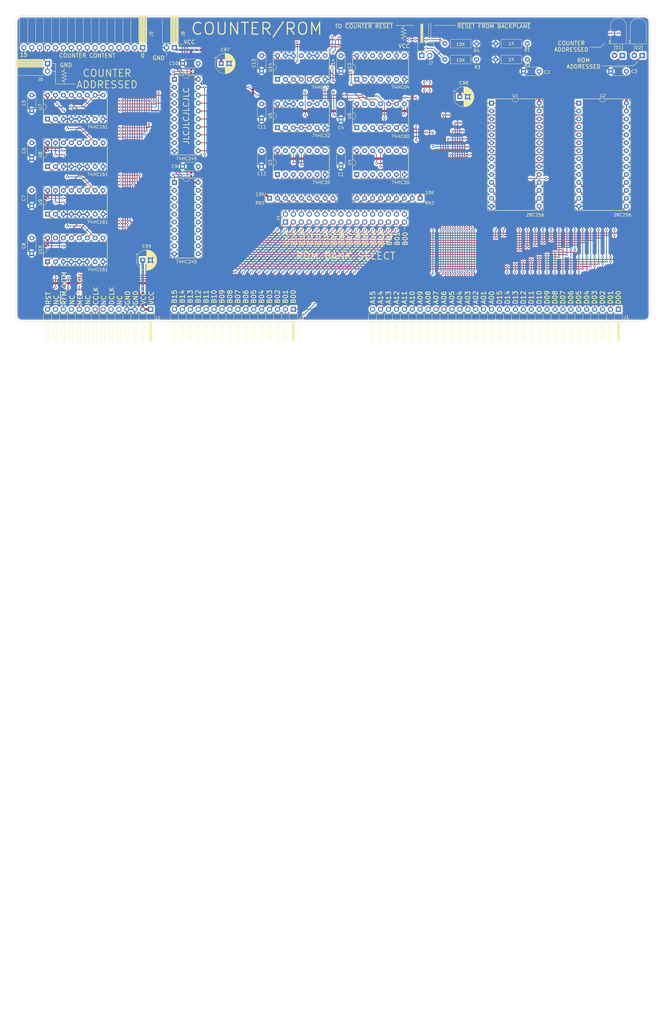
<source format=kicad_pcb>
(kicad_pcb (version 20221018) (generator pcbnew)
  (layers (0 "F.Cu" signal) (31 "B.Cu" signal) (34 "B.Paste" user) (35 "F.Paste" user) (36 "B.SilkS" user "B.Silkscreen") (37 "F.SilkS" user "F.Silkscreen") (38 "B.Mask" user) (39 "F.Mask" user) (44 "Edge.Cuts" user))
  (net 0 "")
  (net 1 "VCC")
  (net 2 "GND")
  (net 3 "/DATA_BUS_00")
  (net 4 "/DATA_BUS_01")
  (net 5 "/DATA_BUS_02")
  (net 6 "/DATA_BUS_03")
  (net 7 "/DATA_BUS_04")
  (net 8 "/DATA_BUS_05")
  (net 9 "/DATA_BUS_06")
  (net 10 "/DATA_BUS_07")
  (net 11 "/DATA_BUS_08")
  (net 12 "/DATA_BUS_09")
  (net 13 "/DATA_BUS_10")
  (net 14 "/DATA_BUS_11")
  (net 15 "/DATA_BUS_12")
  (net 16 "/DATA_BUS_13")
  (net 17 "/DATA_BUS_14")
  (net 18 "/DATA_BUS_15")
  (net 19 "/ADDR_BUS_00")
  (net 20 "/ADDR_BUS_01")
  (net 21 "/ADDR_BUS_02")
  (net 22 "/ADDR_BUS_03")
  (net 23 "/ADDR_BUS_04")
  (net 24 "/ADDR_BUS_05")
  (net 25 "/ADDR_BUS_06")
  (net 26 "/ADDR_BUS_07")
  (net 27 "/ADDR_BUS_08")
  (net 28 "/ADDR_BUS_09")
  (net 29 "/ADDR_BUS_10")
  (net 30 "/ADDR_BUS_11")
  (net 31 "/ADDR_BUS_12")
  (net 32 "/ADDR_BUS_13")
  (net 33 "/ADDR_BUS_14")
  (net 34 "/ADDR_BUS_15")
  (net 36 "Net-(D1-K)")
  (net 38 "/COUNTER ADDRESSED LED")
  (net 40 "Net-(D2-K)")
  (net 42 "/ROM ADDRESSED LED")
  (net 44 "/DATA_CLK")
  (net 45 "/BANK_BUS_00")
  (net 46 "/BANK_BUS_01")
  (net 47 "/BANK_BUS_02")
  (net 48 "/BANK_BUS_03")
  (net 49 "/BANK_BUS_04")
  (net 50 "/BANK_BUS_05")
  (net 51 "/BANK_BUS_06")
  (net 52 "/BANK_BUS_07")
  (net 53 "/BANK_BUS_08")
  (net 54 "/BANK_BUS_09")
  (net 55 "/BANK_BUS_10")
  (net 56 "/BANK_BUS_11")
  (net 57 "/BANK_BUS_12")
  (net 58 "/BANK_BUS_13")
  (net 59 "/BANK_BUS_14")
  (net 60 "/BANK_BUS_15")
  (net 61 "/CTL_CLK")
  (net 62 "/RESET")
  (net 63 "Net-(J4-Pin_2)")
  (net 64 "Net-(J4-Pin_4)")
  (net 65 "Net-(J4-Pin_6)")
  (net 66 "Net-(J4-Pin_8)")
  (net 67 "Net-(J4-Pin_10)")
  (net 68 "Net-(J4-Pin_12)")
  (net 69 "Net-(J4-Pin_14)")
  (net 70 "Net-(J4-Pin_16)")
  (net 71 "Net-(J4-Pin_18)")
  (net 72 "Net-(J4-Pin_20)")
  (net 73 "Net-(J4-Pin_22)")
  (net 74 "Net-(J4-Pin_24)")
  (net 75 "Net-(J4-Pin_26)")
  (net 76 "Net-(J4-Pin_28)")
  (net 77 "Net-(J4-Pin_30)")
  (net 78 "Net-(J4-Pin_32)")
  (net 79 "/COUNT_00")
  (net 80 "/COUNT_01")
  (net 81 "/COUNT_02")
  (net 82 "/COUNT_03")
  (net 83 "/COUNT_04")
  (net 84 "/COUNT_05")
  (net 85 "/COUNT_06")
  (net 86 "/COUNT_07")
  (net 87 "/COUNT_08")
  (net 88 "/COUNT_09")
  (net 89 "/COUNT_10")
  (net 90 "/COUNT_11")
  (net 91 "/COUNT_12")
  (net 92 "/COUNT_13")
  (net 93 "/COUNT_14")
  (net 94 "/COUNT_15")
  (net 95 "/MEM_ACTIVE")
  (net 96 "Net-(J7-Pin_1)")
  (net 97 "Net-(J7-Pin_2)")
  (net 98 "/~{ROM OE}")
  (net 99 "Net-(U3A-~{Y})")
  (net 100 "Net-(U4A-~{Y})")
  (net 101 "/ROM ADDRESSED")
  (net 102 "/COUNTER ADDRESSED")
  (net 103 "/~{COUNTER OE}")
  (net 104 "Net-(U7-TC)")
  (net 105 "Net-(U8-TC)")
  (net 106 "Net-(U10-TE)")
  (net 115 "/RFM_WTM")
  (net 116 "Net-(U14-Pad3)")
  (net 117 "Net-(U6-Pad2)")
  (net 118 "Net-(U14-Pad6)")
  (net 119 "Net-(U13-Pad2)")
  (footprint "Connector_PinSocket_2.54mm:PinSocket_1x16_P2.54mm_Horizontal" (layer "F.Cu") (at 91.44 60.96 -90)
    (fp_text reference "J5")
    (fp_text value "Conn_01x16_Socket")
  )
  (footprint "sixteen-bit-computer:peripheral-backplane-membank" (layer "F.Cu") (at 139.7 144.78 -90)
    (fp_text reference "J3")
    (fp_text value "peripheral_membank_connector")
  )
  (footprint "Capacitor_THT:CP_Radial_D6.3mm_P2.50mm" (layer "F.Cu") (at 116.586 66.04)
    (fp_text reference "C97")
    (fp_text value "C_Polarized")
  )
  (footprint "Capacitor_THT:C_Disc_D5.0mm_W2.5mm_P5.00mm" (layer "F.Cu") (at 104.22 99.06)
    (fp_text reference "C9")
    (fp_text value "C")
  )
  (footprint "Capacitor_THT:C_Disc_D5.0mm_W2.5mm_P5.00mm" (layer "F.Cu") (at 129.54 68.5 90)
    (fp_text reference "C13")
    (fp_text value "C")
  )
  (footprint "Resistor_THT:R_Array_SIP9" (layer "F.Cu") (at 180.34 109.22 180)
    (fp_text reference "RN2")
    (fp_text value "10K")
  )
  (footprint "Connector_PinHeader_2.54mm:PinHeader_2x16_P2.54mm_Vertical" (layer "F.Cu") (at 137.16 116.84 90)
    (fp_text reference "J4")
    (fp_text value "Conn_02x16_Odd_Even")
  )
  (footprint "Package_DIP:DIP-28_W15.24mm_Socket" (layer "F.Cu") (at 203.2 78.74)
    (fp_text reference "U1")
    (fp_text value "28C256")
  )
  (footprint "Capacitor_THT:C_Disc_D5.0mm_W2.5mm_P5.00mm" (layer "F.Cu") (at 55.88 81.2 90)
    (fp_text reference "C5")
    (fp_text value "C")
  )
  (footprint "Capacitor_THT:C_Disc_D5.0mm_W2.5mm_P5.00mm" (layer "F.Cu") (at 55.88 126.92 90)
    (fp_text reference "C8")
    (fp_text value "C")
  )
  (footprint "Connector_PinHeader_2.54mm:PinHeader_1x02_P2.54mm_Horizontal" (layer "F.Cu") (at 180.848 63.5 90)
    (fp_text reference "J7")
    (fp_text value "Conn_01x02_Pin")
  )
  (footprint "Package_DIP:DIP-14_W7.62mm_Socket" (layer "F.Cu") (at 160.02 86.614 90)
    (fp_text reference "U6")
    (fp_text value "74HC00")
  )
  (footprint "Package_DIP:DIP-14_W7.62mm_Socket" (layer "F.Cu") (at 134.62 86.614 90)
    (fp_text reference "U5")
    (fp_text value "74HC32")
  )
  (footprint "Capacitor_THT:C_Disc_D5.0mm_W2.5mm_P5.00mm" (layer "F.Cu") (at 154.94 83.994 90)
    (fp_text reference "C4")
    (fp_text value "C")
  )
  (footprint "Capacitor_THT:C_Disc_D5.0mm_W2.5mm_P5.00mm" (layer "F.Cu") (at 55.88 96.44 90)
    (fp_text reference "C6")
    (fp_text value "C")
  )
  (footprint "Package_DIP:DIP-20_W7.62mm_Socket" (layer "F.Cu") (at 101.6 104.14)
    (fp_text reference "U12")
    (fp_text value "74HC245")
  )
  (footprint "Capacitor_THT:C_Disc_D5.0mm_W2.5mm_P5.00mm" (layer "F.Cu") (at 104.22 66.04)
    (fp_text reference "C10")
    (fp_text value "C")
  )
  (footprint "Capacitor_THT:C_Disc_D5.0mm_W2.5mm_P5.00mm" (layer "F.Cu") (at 213.44 68.58)
    (fp_text reference "C2")
    (fp_text value "C")
  )
  (footprint "sixteen-bit-computer:LED_D5.0mm_Horizontal_O3.81mm_Z3.0mm" (layer "F.Cu") (at 245.11 63.5 180)
    (fp_text reference "D1")
    (fp_text value "LED")
  )
  (footprint "Package_DIP:DIP-14_W7.62mm_Socket" (layer "F.Cu") (at 160.02 101.6 90)
    (fp_text reference "U4")
    (fp_text value "74HC30")
  )
  (footprint "Capacitor_THT:C_Disc_D5.0mm_W2.5mm_P5.00mm" (layer "F.Cu") (at 154.94 68.5 90)
    (fp_text reference "C14")
    (fp_text value "C")
  )
  (footprint "Capacitor_THT:CP_Radial_D6.3mm_P2.50mm" (layer "F.Cu") (at 91.44 129.032)
    (fp_text reference "C99")
    (fp_text value "C_Polarized")
  )
  (footprint "sixteen-bit-computer:LED_D5.0mm_Horizontal_O3.81mm_Z3.0mm" (layer "F.Cu") (at 251.46 63.5 180)
    (fp_text reference "D2")
    (fp_text value "LED")
  )
  (footprint "Resistor_THT:R_Axial_DIN0207_L6.3mm_D2.5mm_P10.16mm_Horizontal" (layer "F.Cu") (at 214.63 64.77 180)
    (fp_text reference "R2")
    (fp_text value "1K")
  )
  (footprint "Capacitor_THT:C_Disc_D5.0mm_W2.5mm_P5.00mm" (layer "F.Cu") (at 154.94 98.98 90)
    (fp_text reference "C1")
    (fp_text value "C")
  )
  (footprint "Connector_PinSocket_2.54mm:PinSocket_1x02_P2.54mm_Horizontal" (layer "F.Cu") (at 60.96 66.04)
    (fp_text reference "J6")
    (fp_text value "Conn_01x02_Socket")
  )
  (footprint "Package_DIP:DIP-14_W7.62mm_Socket" (layer "F.Cu") (at 134.62 71.12 90)
    (fp_text reference "U14")
    (fp_text value "74HC08")
  )
  (footprint "Resistor_THT:R_Axial_DIN0207_L6.3mm_D2.5mm_P10.16mm_Horizontal" (layer "F.Cu") (at 188.214 64.77)
    (fp_text reference "R3")
    (fp_text value "10K")
  )
  (footprint "Package_DIP:DIP-16_W7.62mm_Socket" (layer "F.Cu") (at 60.96 129.54 90)
    (fp_text reference "U10")
    (fp_text value "74HC161")
  )
  (footprint "Package_DIP:DIP-16_W7.62mm_Socket" (layer "F.Cu") (at 60.96 83.82 90)
    (fp_text reference "U7")
    (fp_text value "74HC161")
  )
  (footprint "Package_DIP:DIP-20_W7.62mm_Socket" (layer "F.Cu") (at 101.6 71.12)
    (fp_text reference "U11")
    (fp_text value "74HC245")
  )
  (footprint "Package_DIP:DIP-16_W7.62mm_Socket" (layer "F.Cu") (at 60.96 99.06 90)
    (fp_text reference "U8")
    (fp_text value "74HC161")
  )
  (footprint "Resistor_THT:R_Axial_DIN0207_L6.3mm_D2.5mm_P10.16mm_Horizontal" (layer "F.Cu") (at 188.214 59.69)
    (fp_text reference "R4")
    (fp_text value "10K")
  )
  (footprint "Package_DIP:DIP-14_W7.62mm_Socket" (layer "F.Cu") (at 160.02 71.12 90)
    (fp_text reference "U13")
    (fp_text value "74HC04")
  )
  (footprint "Package_DIP:DIP-16_W7.62mm_Socket" (layer "F.Cu") (at 60.96 114.3 90)
    (fp_text reference "U9")
    (fp_text value "74HC161")
  )
  (footprint "Capacitor_THT:C_Disc_D5.0mm_W2.5mm_P5.00mm" (layer "F.Cu") (at 129.54 78.994 -90)
    (fp_text reference "C11")
    (fp_text value "C")
  )
  (footprint "Capacitor_THT:CP_Radial_D6.3mm_P2.50mm" (layer "F.Cu") (at 193.04 76.708)
    (fp_text reference "C98")
    (fp_text value "C_Polarized")
  )
  (footprint "Capacitor_THT:C_Disc_D5.0mm_W2.5mm_P5.00mm" (layer "F.Cu") (at 129.54 94.06 -90)
    (fp_text reference "C12")
    (fp_text value "C")
  )
  (footprint "Connector_PinSocket_2.54mm:PinSocket_1x02_P2.54mm_Horizontal" (layer "F.Cu") (at 101.6 60.96 -90)
    (fp_text reference "J8")
    (fp_text value "Conn_01x02_Socket")
  )
  (footprint "Resistor_THT:R_Axial_DIN0207_L6.3mm_D2.5mm_P10.16mm_Horizontal" (layer "F.Cu") (at 214.63 59.69 180)
    (fp_text reference "R1")
    (fp_text value "1K")
  )
  (footprint "Package_DIP:DIP-14_W7.62mm_Socket" (layer "F.Cu") (at 134.62 101.6 90)
    (fp_text reference "U3")
    (fp_text value "74HC30")
  )
  (footprint "sixteen-bit-computer:peripheral-backplane-data-addr-anno" (layer "F.Cu") (at 243.84 144.78 -90)
    (fp_text reference "J1")
    (fp_text value "peripheral_addr_bus_connector")
  )
  (footprint "Resistor_THT:R_Array_SIP9" (layer "F.Cu") (at 132.08 109.22)
    (fp_text reference "RN1")
    (fp_text value "10K")
  )
  (footprint "sixteen-bit-computer:peripheral-backplane-aux" (layer "F.Cu") (at 93.98 144.78)
    (fp_text reference "J2")
    (fp_text value "peripheral_aux_connector")
  )
  (footprint "Capacitor_THT:C_Disc_D5.0mm_W2.5mm_P5.00mm" (layer "F.Cu") (at 55.88 111.68 90)
    (fp_text reference "C7")
    (fp_text value "C")
  )
  (footprint "Capacitor_THT:C_Disc_D5.0mm_W2.5mm_P5.00mm" (layer "F.Cu") (at 241.38 68.58)
    (fp_text reference "C3")
    (fp_text value "C")
  )
  (footprint "Package_DIP:DIP-28_W15.24mm_Socket" (layer "F.Cu") (at 231.14 78.74)
    (fp_text reference "U2")
    (fp_text value "28C256")
  )
  (gr_line (start 174.244 56.896) (end 175.768 57.404) (stroke (width 0.15)) (layer "F.SilkS"))
  (gr_line (start 175.768 57.404) (end 174.244 57.912) (stroke (width 0.15)) (layer "F.SilkS"))
  (gr_line (start 67.056 71.12) (end 65.532 71.628) (stroke (width 0.15)) (layer "F.SilkS"))
  (gr_line (start 175.768 55.372) (end 174.244 55.88) (stroke (width 0.15)) (layer "F.SilkS"))
  (gr_line (start 62.484 66.04) (end 63.5 66.04) (stroke (width 0.15)) (layer "F.SilkS"))
  (gr_line (start 66.294 68.326) (end 65.532 68.58) (stroke (width 0.15)) (layer "F.SilkS"))
  (gr_line (start 238.76 66.802) (end 248.666 66.802) (stroke (width 0.15)) (layer "F.SilkS"))
  (gr_line (start 175.006 58.928) (end 175.006 58.166) (stroke (width 0.15)) (layer "F.SilkS"))
  (gr_line (start 63.5 72.644) (end 69.85 72.644) (stroke (width 0.15)) (layer "F.SilkS"))
  (gr_line (start 142.24 118.618) (end 142.24 119.634) (stroke (width 0.15)) (layer "F.SilkS"))
  (gr_line (start 174.244 55.88) (end 175.768 56.388) (stroke (width 0.15)) (layer "F.SilkS"))
  (gr_line (start 160.02 118.618) (end 160.02 119.634) (stroke (width 0.15)) (layer "F.SilkS"))
  (gr_line (start 144.78 118.618) (end 144.78 119.634) (stroke (width 0.15)) (layer "F.SilkS"))
  (gr_line (start 62.484 68.58) (end 63.5 68.58) (stroke (width 0.15)) (layer "F.SilkS"))
  (gr_line (start 234.569 60.833) (end 236.855 60.833) (stroke (width 0.15)) (layer "F.SilkS"))
  (gr_line (start 104.394 59.69) (end 103.632 60.198) (stroke (width 0.15)) (layer "F.SilkS"))
  (gr_line (start 174.244 54.864) (end 175.768 55.372) (stroke (width 0.15)) (layer "F.SilkS"))
  (gr_line (start 65.532 69.596) (end 67.056 70.104) (stroke (width 0.15)) (layer "F.SilkS"))
  (gr_line (start 99.06 63.754) (end 99.06 62.484) (stroke (width 0.15)) (layer "F.SilkS"))
  (gr_line (start 175.768 56.388) (end 174.244 56.896) (stroke (width 0.15)) (layer "F.SilkS"))
  (gr_line (start 175.006 54.61) (end 174.244 54.864) (stroke (width 0.15)) (layer "F.SilkS"))
  (gr_line (start 67.056 70.104) (end 65.532 70.612) (stroke (width 0.15)) (layer "F.SilkS"))
  (gr_line (start 67.056 69.088) (end 65.532 69.596) (stroke (width 0.15)) (layer "F.SilkS"))
  (gr_line (start 66.294 71.882) (end 66.294 72.644) (stroke (width 0.15)) (layer "F.SilkS"))
  (gr_line (start 149.86 118.618) (end 149.86 119.634) (stroke (width 0.15)) (layer "F.SilkS"))
  (gr_line (start 63.5 66.04) (end 63.5 72.644) (stroke (width 0.15)) (layer "F.SilkS"))
  (gr_line (start 167.64 118.618) (end 167.64 119.634) (stroke (width 0.15)) (layer "F.SilkS"))
  (gr_line (start 65.532 71.628) (end 66.294 71.882) (stroke (width 0.15)) (layer "F.SilkS"))
  (gr_line (start 152.4 118.618) (end 152.4 119.634) (stroke (width 0.15)) (layer "F.SilkS"))
  (gr_line (start 157.48 118.618) (end 157.48 119.634) (stroke (width 0.15)) (layer "F.SilkS"))
  (gr_line (start 162.56 118.618) (end 162.56 119.634) (stroke (width 0.15)) (layer "F.SilkS"))
  (gr_line (start 65.532 70.612) (end 67.056 71.12) (stroke (width 0.15)) (layer "F.SilkS"))
  (gr_line (start 174.244 57.912) (end 175.006 58.166) (stroke (width 0.15)) (layer "F.SilkS"))
  (gr_line (start 236.855 60.833) (end 238.125 60.833) (stroke (width 0.15)) (layer "F.SilkS"))
  (gr_line (start 175.26 118.618) (end 175.26 119.634) (stroke (width 0.15)) (layer "F.SilkS"))
  (gr_line (start 137.16 118.618) (end 137.16 119.634) (stroke (width 0.15)) (layer "F.SilkS"))
  (gr_line (start 65.532 68.58) (end 67.056 69.088) (stroke (width 0.15)) (layer "F.SilkS"))
  (gr_line (start 170.18 118.618) (end 170.18 119.634) (stroke (width 0.15)) (layer "F.SilkS"))
  (gr_line (start 165.1 118.618) (end 165.1 119.634) (stroke (width 0.15)) (layer "F.SilkS"))
  (gr_line (start 184.912 53.848) (end 191.516 53.848) (stroke (width 0.15)) (layer "F.SilkS"))
  (gr_line (start 172.72 118.618) (end 172.72 119.634) (stroke (width 0.15)) (layer "F.SilkS"))
  (gr_line (start 248.666 66.802) (end 250.19 65.278) (stroke (width 0.15)) (layer "F.SilkS"))
  (gr_line (start 139.7 118.618) (end 139.7 119.634) (stroke (width 0.15)) (layer "F.SilkS"))
  (gr_line (start 154.94 118.618) (end 154.94 119.634) (stroke (width 0.15)) (layer "F.SilkS"))
  (gr_line (start 147.32 118.618) (end 147.32 119.634) (stroke (width 0.15)) (layer "F.SilkS"))
  (gr_line (start 66.294 68.326) (end 66.294 67.564) (stroke (width 0.15)) (layer "F.SilkS"))
  (gr_line (start 175.006 54.61) (end 175.006 53.848) (stroke (width 0.15)) (layer "F.SilkS"))
  (gr_line (start 172.466 53.848) (end 178.308 53.848) (stroke (width 0.15)) (layer "F.SilkS"))
  (gr_line (start 238.125 60.833) (end 239.395 59.563) (stroke (width 0.15)) (layer "F.SilkS"))
  (gr_line (start 254 52.705) (end 254 146.685) (stroke (width 0.1)) (layer "Edge.Cuts"))
  (gr_arc (start 254 146.685) (mid 253.442038 148.032038) (end 252.095 148.59) (stroke (width 0.1)) (layer "Edge.Cuts"))
  (gr_arc (start 52.705 148.59) (mid 51.357962 148.032038) (end 50.8 146.685) (stroke (width 0.1)) (layer "Edge.Cuts"))
  (gr_line (start 50.8 146.685) (end 50.8 52.705) (stroke (width 0.1)) (layer "Edge.Cuts"))
  (gr_arc (start 50.8 52.705) (mid 51.357962 51.357962) (end 52.705 50.8) (stroke (width 0.1)) (layer "Edge.Cuts"))
  (gr_line (start 252.095 148.59) (end 52.705 148.59) (stroke (width 0.1)) (layer "Edge.Cuts"))
  (gr_arc (start 252.095 50.8) (mid 253.442038 51.357962) (end 254 52.705) (stroke (width 0.1)) (layer "Edge.Cuts"))
  (gr_line (start 52.705 50.8) (end 252.095 50.8) (stroke (width 0.1)) (layer "Edge.Cuts"))
  (gr_text "ROM\nADDRESSED" (at 232.664 67.818) (layer "F.SilkS") (effects (font (size 1.27 1.27) (thickness 0.2032)) (justify bottom)))
  (gr_text "~{RESET FROM BACKPLANE}\n" (at 203.962 54.864) (layer "F.SilkS") (effects (font (size 1.27 1.27) (thickness 0.2032)) (justify bottom)))
  (gr_text "COUNTER/ROM" (at 106.68 57.15) (layer "F.SilkS") (effects (font (size 3.81 3.81) (thickness 0.381)) (justify left bottom)))
  (gr_text "GND" (at 96.52 65.024) (layer "F.SilkS") (effects (font (size 1.27 1.27) (thickness 0.2032)) (justify bottom)))
  (gr_text "15" (at 53.34 64.008) (layer "F.SilkS") (effects (font (size 1.27 1.27) (thickness 0.2032)) (justify bottom)))
  (gr_text "TO ~{COUNTER RESET}" (at 162.306 54.864) (layer "F.SilkS") (effects (font (size 1.27 1.27) (thickness 0.2032)) (justify bottom)))
  (gr_text "GND" (at 64.77 67.31) (layer "F.SilkS") (effects (font (size 1.27 1.27) (thickness 0.2032)) (justify left bottom)))
  (gr_text "JLCJLCJLCJLC" (at 106.426 92.202 90) (layer "F.SilkS") (effects (font (size 1.778 1.778) (thickness 0.254)) (justify left bottom)))
  (gr_text "N/A" (at 138.176 124.46 90) (layer "F.SilkS") (effects (font (size 1.524 1.524) (thickness 0.254) bold) (justify left bottom)))
  (gr_text "VCC" (at 106.426 59.944) (layer "F.SilkS") (effects (font (size 1.27 1.27) (thickness 0.2032)) (justify bottom)))
  (gr_text "COUNTER\nADDRESSED" (at 228.727 62.357) (layer "F.SilkS") (effects (font (size 1.27 1.27) (thickness 0.2032)) (justify bottom)))
  (gr_text "ROM BANK SELECT" (at 156.464 129.032) (layer "F.SilkS") (effects (font (size 2.286 2.286) (thickness 0.254)) (justify bottom)))
  (gr_text "COUNTER CONTENT" (at 73.66 64.262) (layer "F.SilkS") (effects (font (size 1.27 1.27) (thickness 0.2032)) (justify bottom)))
  (gr_text "COUNTER\nADDRESSED" (at 80.01 74.168) (layer "F.SilkS") (effects (font (size 2.286 2.286) (thickness 0.254)) (justify bottom)))
  (gr_text "VCC" (at 173.228 61.214) (layer "F.SilkS") (effects (font (size 1.27 1.27) (thickness 0.2032)) (justify left bottom)))
  (gr_text "0" (at 91.44 64.262) (layer "F.SilkS") (effects (font (size 1.27 1.27) (thickness 0.2032)) (justify bottom)))
  (segment (start 160.02 81.28) (end 160.02 78.994) (width 0.762) (layer "F.Cu") (net 1))
  (segment (start 70.612 82.042) (end 74.422 82.042) (width 0.254) (layer "F.Cu") (net 1))
  (segment (start 106.934 71.12) (end 109.22 71.12) (width 0.762) (layer "F.Cu") (net 1))
  (segment (start 106.934 68.58) (end 106.934 61.722) (width 0.762) (layer "F.Cu") (net 1))
  (segment (start 53.594 124.46) (end 53.34 124.206) (width 0.762) (layer "F.Cu") (net 1))
  (segment (start 126.746 65.786) (end 134.62 65.786) (width 0.762) (layer "F.Cu") (net 1))
  (segment (start 126.746 106.68) (end 129.54 106.68) (width 0.762) (layer "F.Cu") (net 1))
  (segment (start 68.58 80.01) (end 70.612 82.042) (width 0.254) (layer "F.Cu") (net 1))
  (segment (start 177.8 73.406) (end 177.8 65.532) (width 0.762) (layer "F.Cu") (net 1))
  (segment (start 78.74 91.44) (end 78.74 93.98) (width 0.254) (layer "F.Cu") (net 1))
  (segment (start 101.6 102.108) (end 101.092 101.6) (width 0.254) (layer "F.Cu") (net 1))
  (segment (start 106.934 61.722) (end 116.586 61.722) (width 0.762) (layer "F.Cu") (net 1))
  (segment (start 76.2 109.22) (end 78.74 109.22) (width 0.254) (layer "F.Cu") (net 1))
  (segment (start 134.62 81.28) (end 160.02 81.28) (width 0.762) (layer "F.Cu") (net 1))
  (segment (start 62.23 80.01) (end 60.96 78.74) (width 0.254) (layer "F.Cu") (net 1))
  (segment (start 187.706 70.866) (end 193.04 70.866) (width 0.762) (layer "F.Cu") (net 1))
  (segment (start 78.74 124.46) (end 78.74 121.92) (width 0.254) (layer "F.Cu") (net 1))
  (segment (start 129.54 106.68) (end 132.08 109.22) (width 0.762) (layer "F.Cu") (net 1))
  (segment (start 78.74 93.98) (end 76.2 93.98) (width 0.254) (layer "F.Cu") (net 1))
  (segment (start 53.34 109.22) (end 53.34 93.98) (width 0.762) (layer "F.Cu") (net 1))
  (segment (start 76.2 99.06) (end 76.2 93.98) (width 0.254) (layer "F.Cu") (net 1))
  (segment (start 134.54 94.06) (end 134.62 93.98) (width 0.254) (layer "F.Cu") (net 1))
  (segment (start 154.94 78.994) (end 160.02 78.994) (width 0.254) (layer "F.Cu") (net 1))
  (segment (start 106.934 104.14) (end 109.22 104.14) (width 0.762) (layer "F.Cu") (net 1))
  (segment (start 134.62 81.28) (end 134.62 80.01) (width 0.762) (layer "F.Cu") (net 1))
  (segment (start 106.934 136.144) (end 106.934 104.14) (width 0.762) (layer "F.Cu") (net 1))
  (segment (start 134.62 80.01) (end 134.62 78.994) (width 0.762) (layer "F.Cu") (net 1))
  (segment (start 76.2 93.98) (end 66.04 93.98) (width 0.254) (layer "F.Cu") (net 1))
  (segment (start 101.6 104.14) (end 101.6 102.108) (width 0.254) (layer "F.Cu") (net 1))
  (segment (start 218.44 68.58) (end 218.44 70.866) (width 0.254) (layer "F.Cu") (net 1))
  (segment (start 246.38 81.28) (end 246.38 78.74) (width 0.254) (layer "F.Cu") (net 1))
  (segment (start 53.34 78.74) (end 60.96 78.74) (width 0.762) (layer "F.Cu") (net 1))
  (segment (start 78.74 109.22) (end 78.74 106.68) (width 0.254) (layer "F.Cu") (net 1))
  (segment (start 53.34 109.22) (end 60.96 109.22) (width 0.762) (layer "F.Cu") (net 1))
  (segment (start 55.88 106.68) (end 60.96 106.68) (width 0.254) (layer "F.Cu") (net 1))
  (segment (start 55.88 121.92) (end 60.96 121.92) (width 0.254) (layer "F.Cu") (net 1))
  (segment (start 129.54 78.994) (end 134.62 78.994) (width 0.254) (layer "F.Cu") (net 1))
  (segment (start 246.38 70.866) (end 246.38 78.74) (width 0.762) (layer "F.Cu") (net 1))
  (segment (start 60.96 124.46) (end 60.96 121.92) (width 0.762) (layer "F.Cu") (net 1))
  (segment (start 60.96 109.22) (end 60.96 106.68) (width 0.762) (layer "F.Cu") (net 1))
  (segment (start 76.2 114.3) (end 76.2 109.22) (width 0.254) (layer "F.Cu") (net 1))
  (segment (start 101.6 69.088) (end 101.6 71.12) (width 0.254) (layer "F.Cu") (net 1))
  (segment (start 106.934 101.6) (end 106.934 71.12) (width 0.762) (layer "F.Cu") (net 1))
  (segment (start 76.2 109.22) (end 66.04 109.22) (width 0.254) (layer "F.Cu") (net 1))
  (segment (start 91.44 137.414) (end 91.44 136.398) (width 0.762) (layer "F.Cu") (net 1))
  (segment (start 126.746 96.52) (end 134.62 96.52) (width 0.762) (layer "F.Cu") (net 1))
  (segment (start 91.44 144.78) (end 91.44 138.938) (width 0.762) (layer "F.Cu") (net 1))
  (segment (start 60.96 93.98) (end 60.96 91.44) (width 0.762) (layer "F.Cu") (net 1))
  (segment (start 160.02 96.52) (end 180.34 96.52) (width 0.762) (layer "F.Cu") (net 1))
  (segment (start 116.586 61.722) (end 126.746 61.722) (width 0.762) (layer "F.Cu") (net 1))
  (segment (start 91.44 136.398) (end 53.34 136.398) (width 0.762) (layer "F.Cu") (net 1))
  (segment (start 76.2 129.54) (end 76.2 124.46) (width 0.254) (layer "F.Cu") (net 1))
  (segment (start 193.04 70.866) (end 193.04 76.708) (width 0.762) (layer "F.Cu") (net 1))
  (segment (start 129.54 63.5) (end 134.62 63.5) (width 0.254) (layer "F.Cu") (net 1))
  (segment (start 55.88 91.44) (end 60.96 91.44) (width 0.254) (layer "F.Cu") (net 1))
  (segment (start 129.54 94.06) (end 134.54 94.06) (width 0.254) (layer "F.Cu") (net 1))
  (segment (start 177.8 81.28) (end 177.8 73.406) (width 0.762) (layer "F.Cu") (net 1))
  (segment (start 177.8 73.406) (end 185.166 73.406) (width 0.762) (layer "F.Cu") (net 1))
  (segment (start 154.94 63.5) (end 160.02 63.5) (width 0.254) (layer "F.Cu") (net 1))
  (segment (start 160.02 96.52) (end 160.02 93.98) (width 0.762) (layer "F.Cu") (net 1))
  (segment (start 127 81.28) (end 134.62 81.28) (width 0.762) (layer "F.Cu") (net 1))
  (segment (start 246.38 68.58) (end 246.38 70.866) (width 0.254) (layer "F.Cu") (net 1))
  (segment (start 109.22 66.04) (end 109.22 71.12) (width 0.254) (layer "F.Cu") (net 1))
  (segment (start 53.34 93.98) (end 60.96 93.98) (width 0.762) (layer "F.Cu") (net 1))
  (segment (start 68.58 80.01) (end 62.23 80.01) (width 0.254) (layer "F.Cu") (net 1))
  (segment (start 74.422 82.042) (end 76.2 83.82) (width 0.254) (layer "F.Cu") (net 1))
  (segment (start 154.94 93.98) (end 160.02 93.98) (width 0.254) (layer "F.Cu") (net 1))
  (segment (start 106.68 136.398) (end 106.934 136.144) (width 0.762) (layer "F.Cu") (net 1))
  (segment (start 185.166 73.406) (end 187.706 70.866) (width 0.762) (layer "F.Cu") (net 1))
  (segment (start 180.34 96.52) (end 180.34 109.22) (width 0.762) (layer "F.Cu") (net 1))
  (segment (start 160.02 81.28) (end 177.8 81.28) (width 0.762) (layer "F.Cu") (net 1))
  (segment (start 109.22 99.06) (end 109.22 104.14) (width 0.254) (layer "F.Cu") (net 1))
  (segment (start 218.44 70.866) (end 246.38 70.866) (width 0.762) (layer "F.Cu") (net 1))
  (segment (start 218.44 70.866) (end 218.44 78.74) (width 0.762) (layer "F.Cu") (net 1))
  (segment (start 106.934 104.14) (end 106.934 101.6) (width 0.762) (layer "F.Cu") (net 1))
  (segment (start 76.2 124.46) (end 66.04 124.46) (width 0.254) (layer "F.Cu") (net 1))
  (segment (start 60.96 78.74) (end 60.96 76.2) (width 0.762) (layer "F.Cu") (net 1))
  (segment (start 76.2 76.2) (end 78.74 76.2) (width 0.254) (layer "F.Cu") (net 1))
  (segment (start 134.62 65.786) (end 134.62 63.5) (width 0.762) (layer "F.Cu") (net 1))
  (segment (start 116.586 61.722) (end 116.586 66.04) (width 0.762) (layer "F.Cu") (net 1))
  (segment (start 91.44 136.398) (end 106.68 136.398) (width 0.762) (layer "F.Cu") (net 1))
  (segment (start 134.62 96.52) (end 160.02 96.52) (width 0.762) (layer "F.Cu") (net 1))
  (segment (start 76.2 124.46) (end 78.74 124.46) (width 0.254) (layer "F.Cu") (net 1))
  (segment (start 53.34 136.398) (end 53.34 124.206) (width 0.762) (layer "F.Cu") (net 1))
  (segment (start 60.96 124.46) (end 53.594 124.46) (width 0.762) (layer "F.Cu") (net 1))
  (segment (start 101.092 68.58) (end 101.6 69.088) (width 0.254) (layer "F.Cu") (net 1))
  (segment (start 91.44 144.78) (end 93.98 144.78) (width 0.762) (layer "F.Cu") (net 1))
  (segment (start 106.934 71.12) (end 106.934 68.58) (width 0.762) (layer "F.Cu") (net 1))
  (segment (start 53.34 93.98) (end 53.34 78.74) (width 0.762) (layer "F.Cu") (net 1))
  (segment (start 53.34 124.206) (end 53.34 109.22) (width 0.762) (layer "F.Cu") (net 1))
  (segment (start 126.746 61.722) (end 126.746 106.68) (width 0.762) (layer "F.Cu") (net 1))
  (segment (start 55.88 76.2) (end 60.96 76.2) (width 0.254) (layer "F.Cu") (net 1))
  (segment (start 177.8 65.532) (end 160.02 65.532) (width 0.762) (layer "F.Cu") (net 1))
  (segment (start 91.44 138.938) (end 91.44 137.414) (width 0.762) (layer "F.Cu") (net 1))
  (segment (start 198.374 64.77) (end 198.374 70.866) (width 0.254) (layer "F.Cu") (net 1))
  (segment (start 134.62 96.52) (end 134.62 93.98) (width 0.762) (layer "F.Cu") (net 1))
  (segment (start 193.04 70.866) (end 218.44 70.866) (width 0.762) (layer "F.Cu") (net 1))
  (segment (start 160.02 65.532) (end 160.02 63.5) (width 0.762) (layer "F.Cu") (net 1))
  (via (at 101.092 101.6) (size 0.762) (drill 0.381) (layers "F.Cu" "B.Cu") (net 1))
  (via (at 107.95 61.722) (size 0.762) (drill 0.381) (layers "F.Cu" "B.Cu") (net 1))
  (via (at 66.04 124.46) (size 0.762) (drill 0.381) (layers "F.Cu" "B.Cu") (net 1))
  (via (at 109.474 61.722) (size 0.762) (drill 0.381) (layers "F.Cu" "B.Cu") (net 1))
  (via (at 91.44 138.938) (size 0.762) (drill 0.381) (layers "F.Cu" "B.Cu") (net 1))
  (via (at 66.04 93.98) (size 0.762) (drill 0.381) (layers "F.Cu" "B.Cu") (net 1))
  (via (at 66.04 109.22) (size 0.762) (drill 0.381) (layers "F.Cu" "B.Cu") (net 1))
  (via (at 101.092 68.58) (size 0.762) (drill 0.381) (layers "F.Cu" "B.Cu") (net 1))
  (via (at 106.934 68.58) (size 0.762) (drill 0.381) (layers "F.Cu" "B.Cu") (net 1))
  (via (at 60.96 124.46) (size 0.762) (drill 0.381) (layers "F.Cu" "B.Cu") (net 1))
  (via (at 91.44 137.414) (size 0.762) (drill 0.381) (layers "F.Cu" "B.Cu") (net 1))
  (via (at 106.934 101.6) (size 0.762) (drill 0.381) (layers "F.Cu" "B.Cu") (net 1))
  (via (at 60.96 109.22) (size 0.762) (drill 0.381) (layers "F.Cu" "B.Cu") (net 1))
  (via (at 68.58 80.01) (size 0.762) (drill 0.381) (layers "F.Cu" "B.Cu") (net 1))
  (via (at 60.96 93.98) (size 0.762) (drill 0.381) (layers "F.Cu" "B.Cu") (net 1))
  (segment (start 91.44 138.938) (end 91.44 129.032) (width 0.762) (layer "B.Cu") (net 1))
  (segment (start 218.44 81.265) (end 218.44 78.725) (width 0.254) (layer "B.Cu") (net 1))
  (segment (start 101.092 68.58) (end 106.934 68.58) (width 0.254) (layer "B.Cu") (net 1))
  (segment (start 66.04 93.98) (end 60.96 93.98) (width 0.254) (layer "B.Cu") (net 1))
  (segment (start 66.04 109.22) (end 60.96 109.22) (width 0.254) (layer "B.Cu") (net 1))
  (segment (start 107.95 61.722) (end 109.474 61.722) (width 0.762) (layer "B.Cu") (net 1))
  (segment (start 102.362 61.722) (end 102.87 61.722) (width 0.762) (layer "B.Cu") (net 1))
  (segment (start 72.39 80.01) (end 76.2 76.2) (width 0.254) (layer "B.Cu") (net 1))
  (segment (start 101.6 60.96) (end 102.362 61.722) (width 0.762) (layer "B.Cu") (net 1))
  (segment (start 101.092 101.6) (end 106.934 101.6) (width 0.254) (layer "B.Cu") (net 1))
  (segment (start 68.58 80.01) (end 72.39 80.01) (width 0.254) (layer "B.Cu") (net 1))
  (segment (start 66.04 124.46) (end 60.96 124.46) (width 0.254) (layer "B.Cu") (net 1))
  (segment (start 102.87 61.722) (end 107.95 61.722) (width 0.762) (layer "B.Cu") (net 1))
  (segment (start 203.2 104.14) (end 209.55 110.49) (width 0.254) (layer "F.Cu") (net 3))
  (segment (start 209.55 110.49) (end 209.55 120.396) (width 0.254) (layer "F.Cu") (net 3))
  (segment (start 124.46 76.2) (end 109.22 76.2) (width 0.254) (layer "F.Cu") (net 3))
  (segment (start 124.46 120.396) (end 124.46 76.2) (width 0.254) (layer "F.Cu") (net 3))
  (segment (start 243.84 120.396) (end 124.46 120.396) (width 0.254) (layer "F.Cu") (net 3))
  (segment (start 243.84 144.78) (end 243.84 120.396) (width 0.254) (layer "F.Cu") (net 3))
  (segment (start 207.772 111.252) (end 203.2 106.68) (width 0.254) (layer "F.Cu") (net 4))
  (segment (start 123.698 121.158) (end 123.698 78.74) (width 0.254) (layer "F.Cu") (net 4))
  (segment (start 241.3 144.78) (end 241.3 129.54) (width 0.254) (layer "F.Cu") (net 4))
  (segment (start 207.01 121.158) (end 123.698 121.158) (width 0.254) (layer "F.Cu") (net 4))
  (segment (start 207.772 118.618) (end 207.772 111.252) (width 0.254) (layer "F.Cu") (net 4))
  (segment (start 109.22 78.74) (end 123.698 78.74) (width 0.254) (layer "F.Cu") (net 4))
  (segment (start 241.3 128.016) (end 241.3 121.158) (width 0.254) (layer "F.Cu") (net 4))
  (segment (start 241.3 121.158) (end 207.01 121.158) (width 0.254) (layer "F.Cu") (net 4))
  (segment (start 207.01 119.38) (end 207.772 118.618) (width 0.254) (layer "F.Cu") (net 4))
  (via (at 207.01 121.158) (size 0.762) (drill 0.381) (layers "F.Cu" "B.Cu") (net 4))
  (via (at 207.01 119.38) (size 0.762) (drill 0.381) (layers "F.Cu" "B.Cu") (net 4))
  (via (at 241.3 128.016) (size 0.762) (drill 0.381) (layers "F.Cu" "B.Cu") (net 4))
  (via (at 241.3 129.54) (size 0.762) (drill 0.381) (layers "F.Cu" "B.Cu") (net 4))
  (segment (start 241.3 129.54) (end 241.3 128.016) (width 0.254) (layer "B.Cu") (net 4))
  (segment (start 207.01 121.158) (end 207.01 119.38) (width 0.254) (layer "B.Cu") (net 4))
  (segment (start 122.936 81.28) (end 109.22 81.28) (width 0.254) (layer "F.Cu") (net 5))
  (segment (start 238.76 121.92) (end 204.47 121.92) (width 0.254) (layer "F.Cu") (net 5))
  (segment (start 205.74 118.11) (end 205.74 111.76) (width 0.254) (layer "F.Cu") (net 5))
  (segment (start 204.47 121.92) (end 122.936 121.92) (width 0.254) (layer "F.Cu") (net 5))
  (segment (start 238.76 128.016) (end 238.76 121.92) (width 0.254) (layer "F.Cu") (net 5))
  (segment (start 238.76 144.78) (end 238.76 130.302) (width 0.254) (layer "F.Cu") (net 5))
  (segment (start 122.936 121.92) (end 122.936 81.28) (width 0.254) (layer "F.Cu") (net 5))
  (segment (start 205.74 111.76) (end 203.2 109.22) (width 0.254) (layer "F.Cu") (net 5))
  (segment (start 204.47 119.38) (end 205.74 118.11) (width 0.254) (layer "F.Cu") (net 5))
  (via (at 238.76 128.016) (size 0.762) (drill 0.381) (layers "F.Cu" "B.Cu") (net 5))
  (via (at 204.47 119.38) (size 0.762) (drill 0.381) (layers "F.Cu" "B.Cu") (net 5))
  (via (at 204.47 121.92) (size 0.762) (drill 0.381) (layers "F.Cu" "B.Cu") (net 5))
  (via (at 238.76 130.302) (size 0.762) (drill 0.381) (layers "F.Cu" "B.Cu") (net 5))
  (segment (start 204.47 121.92) (end 204.47 119.38) (width 0.254) (layer "B.Cu") (net 5))
  (segment (start 238.76 130.302) (end 238.76 128.016) (width 0.254) (layer "B.Cu") (net 5))
  (segment (start 218.694 112.014) (end 218.44 111.76) (width 0.254) (layer "F.Cu") (net 6))
  (segment (start 109.22 83.82) (end 122.174 83.82) (width 0.254) (layer "F.Cu") (net 6))
  (segment (start 222.25 122.682) (end 122.174 122.682) (width 0.254) (layer "F.Cu") (net 6))
  (segment (start 218.694 111.999) (end 218.44 111.745) (width 0.254) (layer "F.Cu") (net 6))
  (segment (start 222.25 119.38) (end 222.25 116.84) (width 0.254) (layer "F.Cu") (net 6))
  (segment (start 122.174 122.682) (end 122.174 83.82) (width 0.254) (layer "F.Cu") (net 6))
  (segment (start 236.22 128.016) (end 236.22 122.682) (width 0.254) (layer "F.Cu") (net 6))
  (segment (start 218.694 113.284) (end 218.694 112.014) (width 0.254) (layer "F.Cu") (net 6))
  (segment (start 236.22 144.78) (end 236.22 131.064) (width 0.254) (layer "F.Cu") (net 6))
  (segment (start 222.25 116.84) (end 218.694 113.284) (width 0.254) (layer "F.Cu") (net 6))
  (segment (start 236.22 122.682) (end 222.25 122.682) (width 0.254) (layer "F.Cu") (net 6))
  (via (at 222.25 119.38) (size 0.762) (drill 0.381) (layers "F.Cu" "B.Cu") (net 6))
  (via (at 236.22 131.064) (size 0.762) (drill 0.381) (layers "F.Cu" "B.Cu") (net 6))
  (via (at 222.25 122.682) (size 0.762) (drill 0.381) (layers "F.Cu" "B.Cu") (net 6))
  (via (at 236.22 128.016) (size 0.762) (drill 0.381) (layers "F.Cu" "B.Cu") (net 6))
  (segment (start 236.22 131.064) (end 236.22 128.016) (width 0.254) (layer "B.Cu") (net 6))
  (segment (start 222.25 122.682) (end 222.25 119.38) (width 0.254) (layer "B.Cu") (net 6))
  (segment (start 216.916 114.046) (end 216.916 110.729) (width 0.254) (layer "F.Cu") (net 7))
  (segment (start 121.412 86.36) (end 109.22 86.36) (width 0.254) (layer "F.Cu") (net 7))
  (segment (start 219.71 116.84) (end 216.916 114.046) (width 0.254) (layer "F.Cu") (net 7))
  (segment (start 219.71 119.38) (end 219.71 116.84) (width 0.254) (layer "F.Cu") (net 7))
  (segment (start 233.68 123.444) (end 219.71 123.444) (width 0.254) (layer "F.Cu") (net 7))
  (segment (start 121.412 123.444) (end 121.412 86.36) (width 0.254) (layer "F.Cu") (net 7))
  (segment (start 216.916 110.729) (end 218.44 109.205) (width 0.254) (layer "F.Cu") (net 7))
  (segment (start 219.71 123.444) (end 121.412 123.444) (width 0.254) (layer "F.Cu") (net 7))
  (segment (start 233.68 144.78) (end 233.68 131.826) (width 0.254) (layer "F.Cu") (net 7))
  (segment (start 233.68 128.016) (end 233.68 123.444) (width 0.254) (layer "F.Cu") (net 7))
  (via (at 233.68 131.826) (size 0.762) (drill 0.381) (layers "F.Cu" "B.Cu") (net 7))
  (via (at 233.68 128.016) (size 0.762) (drill 0.381) (layers "F.Cu" "B.Cu") (net 7))
  (via (at 219.71 123.444) (size 0.762) (drill 0.381) (layers "F.Cu" "B.Cu") (net 7))
  (via (at 219.71 119.38) (size 0.762) (drill 0.381) (layers "F.Cu" "B.Cu") (net 7))
  (segment (start 233.68 131.826) (end 233.68 128.016) (width 0.254) (layer "B.Cu") (net 7))
  (segment (start 219.71 123.444) (end 219.71 119.38) (width 0.254) (layer "B.Cu") (net 7))
  (segment (start 215.138 114.808) (end 215.138 109.982) (width 0.254) (layer "F.Cu") (net 8))
  (segment (start 215.138 109.982) (end 218.44 106.68) (width 0.254) (layer "F.Cu") (net 8))
  (segment (start 217.17 124.206) (end 120.65 124.206) (width 0.254) (layer "F.Cu") (net 8))
  (segment (start 120.65 124.206) (end 120.65 88.9) (width 0.254) (layer "F.Cu") (net 8))
  (segment (start 217.17 124.206) (end 231.14 124.206) (width 0.254) (layer "F.Cu") (net 8))
  (segment (start 217.17 116.84) (end 215.138 114.808) (width 0.254) (layer "F.Cu") (net 8))
  (segment (start 231.14 144.78) (end 231.14 132.842) (width 0.254) (layer "F.Cu") (net 8))
  (segment (start 231.14 124.206) (end 231.14 128.016) (width 0.254) (layer "F.Cu") (net 8))
  (segment (start 217.17 119.38) (end 217.17 116.84) (width 0.254) (layer "F.Cu") (net 8))
  (segment (start 109.22 88.9) (end 120.65 88.9) (width 0.254) (layer "F.Cu") (net 8))
  (via (at 217.17 119.38) (size 0.762) (drill 0.381) (layers "F.Cu" "B.Cu") (net 8))
  (via (at 231.14 132.842) (size 0.762) (drill 0.381) (layers "F.Cu" "B.Cu") (net 8))
  (via (at 217.17 124.206) (size 0.762) (drill 0.381) (layers "F.Cu" "B.Cu") (net 8))
  (via (at 231.14 128.016) (size 0.762) (drill 0.381) (layers "F.Cu" "B.Cu") (net 8))
  (segment (start 217.17 124.206) (end 217.17 119.38) (width 0.254) (layer "B.Cu") (net 8))
  (segment (start 231.14 132.842) (end 231.14 128.016) (width 0.254) (layer "B.Cu") (net 8))
  (segment (start 214.63 116.84) (end 213.36 115.57) (width 0.254) (layer "F.Cu") (net 9))
  (segment (start 119.888 124.968) (end 119.888 91.44) (width 0.254) (layer "F.Cu") (net 9))
  (segment (start 228.6 144.78) (end 228.6 132.842) (width 0.254) (layer "F.Cu") (net 9))
  (segment (start 213.36 109.22) (end 218.44 104.14) (width 0.254) (layer "F.Cu") (net 9))
  (segment (start 214.63 119.38) (end 214.63 116.84) (width 0.254) (layer "F.Cu") (net 9))
  (segment (start 214.6295 124.968) (end 119.888 124.968) (width 0.254) (layer "F.Cu") (net 9))
  (segment (start 214.63 124.9685) (end 214.6295 124.968) (width 0.254) (layer "F.Cu") (net 9))
  (segment (start 228.6 124.968) (end 214.6305 124.968) (width 0.254) (layer "F.Cu") (net 9))
  (segment (start 214.6305 124.968) (end 214.63 124.9685) (width 0.254) (layer "F.Cu") (net 9))
  (segment (start 119.888 91.44) (end 109.22 91.44) (width 0.254) (layer "F.Cu") (net 9))
  (segment (start 213.36 115.57) (end 213.36 109.22) (width 0.254) (layer "F.Cu") (net 9))
  (segment (start 228.6 125.73) (end 228.6 124.968) (width 0.254) (layer "F.Cu") (net 9))
  (via (at 214.63 124.9685) (size 0.762) (drill 0.381) (layers "F.Cu" "B.Cu") (net 9))
  (via (at 214.63 119.38) (size 0.762) (drill 0.381) (layers "F.Cu" "B.Cu") (net 9))
  (via (at 228.6 125.73) (size 0.762) (drill 0.381) (layers "F.Cu" "B.Cu") (net 9))
  (via (at 228.6 132.842) (size 0.762) (drill 0.381) (layers "F.Cu" "B.Cu") (net 9))
  (segment (start 228.6 132.842) (end 228.6 125.73) (width 0.254) (layer "B.Cu") (net 9))
  (segment (start 214.63 124.9685) (end 214.63 119.38) (width 0.254) (layer "B.Cu") (net 9))
  (segment (start 212.09 119.38) (end 212.09 116.84) (width 0.254) (layer "F.Cu") (net 10))
  (segment (start 226.06 125.73) (end 212.09 125.73) (width 0.254) (layer "F.Cu") (net 10))
  (segment (start 211.582 116.332) (end 211.582 108.458) (width 0.254) (layer "F.Cu") (net 10))
  (segment (start 119.126 125.73) (end 119.126 93.98) (width 0.254) (layer "F.Cu") (net 10))
  (segment (start 109.22 93.98) (end 119.126 93.98) (width 0.254) (layer "F.Cu") (net 10))
  (segment (start 226.06 144.78) (end 226.06 132.842) (width 0.254) (layer "F.Cu") (net 10))
  (segment (start 212.09 116.84) (end 211.582 116.332) (width 0.254) (layer "F.Cu") (net 10))
  (segment (start 211.582 108.458) (end 218.44 101.6) (width 0.254) (layer "F.Cu") (net 10))
  (segment (start 212.09 125.73) (end 119.126 125.73) (width 0.254) (layer "F.Cu") (net 10))
  (via (at 226.06 125.73) (size 0.762) (drill 0.381) (layers "F.Cu" "B.Cu") (net 10))
  (via (at 212.09 125.73) (size 0.762) (drill 0.381) (layers "F.Cu" "B.Cu") (net 10))
  (via (at 212.09 119.38) (size 0.762) (drill 0.381) (layers "F.Cu" "B.Cu") (net 10))
  (via (at 226.06 132.842) (size 0.762) (drill 0.381) (layers "F.Cu" "B.Cu") (net 10))
  (segment (start 212.09 125.73) (end 212.09 119.38) (width 0.254) (layer "B.Cu") (net 10))
  (segment (start 226.06 132.842) (end 226.06 125.73) (width 0.254) (layer "B.Cu") (net 10))
  (segment (start 229.87 126.492) (end 223.52 126.492) (width 0.254) (layer "F.Cu") (net 11))
  (segment (start 118.364 126.492) (end 223.52 126.492) (width 0.254) (layer "F.Cu") (net 11))
  (segment (start 229.87 119.38) (end 229.87 117.348) (width 0.254) (layer "F.Cu") (net 11))
  (segment (start 229.87 125.73) (end 229.87 126.492) (width 0.254) (layer "F.Cu") (net 11))
  (segment (start 229.87 117.348) (end 235.204 112.014) (width 0.254) (layer "F.Cu") (net 11))
  (segment (start 223.52 144.78) (end 223.52 132.842) (width 0.254) (layer "F.Cu") (net 11))
  (segment (start 235.204 108.204) (end 231.14 104.14) (width 0.254) (layer "F.Cu") (net 11))
  (segment (start 235.204 112.014) (end 235.204 108.204) (width 0.254) (layer "F.Cu") (net 11))
  (segment (start 118.364 109.22) (end 118.364 126.492) (width 0.254) (layer "F.Cu") (net 11))
  (segment (start 109.22 109.22) (end 118.364 109.22) (width 0.254) (layer "F.Cu") (net 11))
  (via (at 223.52 132.842) (size 0.762) (drill 0.381) (layers "F.Cu" "B.Cu") (net 11))
  (via (at 229.87 119.38) (size 0.762) (drill 0.381) (layers "F.Cu" "B.Cu") (net 11))
  (via (at 229.87 125.73) (size 0.762) (drill 0.381) (layers "F.Cu" "B.Cu") (net 11))
  (via (at 223.52 126.492) (size 0.762) (drill 0.381) (layers "F.Cu" "B.Cu") (net 11))
  (segment (start 229.87 125.73) (end 229.87 119.38) (width 0.254) (layer "B.Cu") (net 11))
  (segment (start 223.52 132.842) (end 223.52 126.492) (width 0.254) (layer "B.Cu") (net 11))
  (segment (start 227.33 127.254) (end 220.98 127.254) (width 0.254) (layer "F.Cu") (net 12))
  (segment (start 227.33 119.38) (end 227.33 117.856) (width 0.254) (layer "F.Cu") (net 12))
  (segment (start 233.426 108.966) (end 231.14 106.68) (width 0.254) (layer "F.Cu") (net 12))
  (segment (start 227.33 117.856) (end 233.426 111.76) (width 0.254) (layer "F.Cu") (net 12))
  (segment (start 220.98 127.254) (end 117.602 127.254) (width 0.254) (layer "F.Cu") (net 12))
  (segment (start 117.602 111.76) (end 109.22 111.76) (width 0.254) (layer "F.Cu") (net 12))
  (segment (start 220.98 144.78) (end 220.98 132.842) (width 0.254) (layer "F.Cu") (net 12))
  (segment (start 117.602 127.254) (end 117.602 111.76) (width 0.254) (layer "F.Cu") (net 12))
  (segment (start 233.426 111.76) (end 233.426 108.966) (width 0.254) (layer "F.Cu") (net 12))
  (via (at 220.98 132.842) (size 0.762) (drill 0.381) (layers "F.Cu" "B.Cu") (net 12))
  (via (at 227.33 127.254) (size 0.762) (drill 0.381) (layers "F.Cu" "B.Cu") (net 12))
  (via (at 227.33 119.38) (size 0.762) (drill 0.381) (layers "F.Cu" "B.Cu") (net 12))
  (via (at 220.98 127.254) (size 0.762) (drill 0.381) (layers "F.Cu" "B.Cu") (net 12))
  (segment (start 220.98 132.842) (end 220.98 127.254) (width 0.254) (layer "B.Cu") (net 12))
  (segment (start 227.33 127.254) (end 227.33 119.38) (width 0.254) (layer "B.Cu") (net 12))
  (segment (start 229.108 111.252) (end 231.14 109.22) (width 0.254) (layer "F.Cu") (net 13))
  (segment (start 224.79 119.38) (end 224.79 118.364) (width 0.254) (layer "F.Cu") (net 13))
  (segment (start 224.79 128.016) (end 218.44 128.016) (width 0.254) (layer "F.Cu") (net 13))
  (segment (start 116.84 114.3) (end 116.84 128.016) (width 0.254) (layer "F.Cu") (net 13))
  (segment (start 218.44 144.78) (end 218.44 132.842) (width 0.254) (layer "F.Cu") (net 13))
  (segment (start 224.79 118.364) (end 229.108 114.046) (width 0.254) (layer "F.Cu") (net 13))
  (segment (start 109.22 114.3) (end 116.84 114.3) (width 0.254) (layer "F.Cu") (net 13))
  (segment (start 116.84 128.016) (end 218.44 128.016) (width 0.254) (layer "F.Cu") (net 13))
  (segment (start 229.108 114.046) (end 229.108 111.252) (width 0.254) (layer "F.Cu") (net 13))
  (via (at 224.79 119.38) (size 0.762) (drill 0.381) (layers "F.Cu" "B.Cu") (net 13))
  (via (at 218.44 128.016) (size 0.762) (drill 0.381) (layers "F.Cu" "B.Cu") (net 13))
  (via (at 218.44 132.842) (size 0.762) (drill 0.381) (layers "F.Cu" "B.Cu") (net 13))
  (via (at 224.79 128.016) (size 0.762) (drill 0.381) (layers "F.Cu" "B.Cu") (net 13))
  (segment (start 224.79 128.016) (end 224.79 119.38) (width 0.254) (layer "B.Cu") (net 13))
  (segment (start 218.44 132.842) (end 218.44 128.016) (width 0.254) (layer "B.Cu") (net 13))
  (segment (start 215.9 144.78) (end 215.9 132.842) (width 0.254) (layer "F.Cu") (net 14))
  (segment (start 242.57 115.57) (end 242.57 119.38) (width 0.254) (layer "F.Cu") (net 14))
  (segment (start 215.9 128.778) (end 116.078 128.778) (width 0.254) (layer "F.Cu") (net 14))
  (segment (start 116.078 128.778) (end 116.078 116.84) (width 0.254) (layer "F.Cu") (net 14))
  (segment (start 246.38 111.76) (end 242.57 115.57) (width 0.254) (layer "F.Cu") (net 14))
  (segment (start 242.57 121.158) (end 242.57 128.778) (width 0.254) (layer "F.Cu") (net 14))
  (segment (start 116.078 116.84) (end 109.22 116.84) (width 0.254) (layer "F.Cu") (net 14))
  (segment (start 242.57 128.778) (end 215.9 128.778) (width 0.254) (layer "F.Cu") (net 14))
  (via (at 215.9 132.842) (size 0.762) (drill 0.381) (layers "F.Cu" "B.Cu") (net 14))
  (via (at 215.9 128.778) (size 0.762) (drill 0.381) (layers "F.Cu" "B.Cu") (net 14))
  (via (at 242.57 119.38) (size 0.762) (drill 0.381) (layers "F.Cu" "B.Cu") (net 14))
  (via (at 242.57 121.158) (size 0.762) (drill 0.381) (layers "F.Cu" "B.Cu") (net 14))
  (segment (start 215.9 132.842) (end 215.9 128.778) (width 0.254) (layer "B.Cu") (net 14))
  (segment (start 242.57 119.38) (end 242.57 121.158) (width 0.254) (layer "B.Cu") (net 14))
  (segment (start 240.03 115.57) (end 246.38 109.22) (width 0.254) (layer "F.Cu") (net 15))
  (segment (start 115.316 119.38) (end 115.316 129.54) (width 0.254) (layer "F.Cu") (net 15))
  (segment (start 240.03 129.54) (end 213.36 129.54) (width 0.254) (layer "F.Cu") (net 15))
  (segment (start 213.36 144.78) (end 213.36 132.842) (width 0.254) (layer "F.Cu") (net 15))
  (segment (start 109.22 119.38) (end 115.316 119.38) (width 0.254) (layer "F.Cu") (net 15))
  (segment (start 115.316 129.54) (end 213.36 129.54) (width 0.254) (layer "F.Cu") (net 15))
  (segment (start 240.03 119.38) (end 240.03 115.57) (width 0.254) (layer "F.Cu") (net 15))
  (via (at 213.36 129.54) (size 0.762) (drill 0.381) (layers "F.Cu" "B.Cu") (net 15))
  (via (at 240.03 129.54) (size 0.762) (drill 0.381) (layers "F.Cu" "B.Cu") (net 15))
  (via (at 213.36 132.842) (size 0.762) (drill 0.381) (layers "F.Cu" "B.Cu") (net 15))
  (via (at 240.03 119.38) (size 0.762) (drill 0.381) (layers "F.Cu" "B.Cu") (net 15))
  (segment (start 240.03 129.54) (end 240.03 119.38) (width 0.254) (layer "B.Cu") (net 15))
  (segment (start 213.36 132.842) (end 213.36 129.54) (width 0.254) (layer "B.Cu") (net 15))
  (segment (start 114.554 130.302) (end 210.82 130.302) (width 0.254) (layer "F.Cu") (net 16))
  (segment (start 239.014 114.046) (end 246.38 106.68) (width 0.254) (layer "F.Cu") (net 16))
  (segment (start 237.49 119.38) (end 237.49 116.84) (width 0.254) (layer "F.Cu") (net 16))
  (segment (start 237.4895 130.302) (end 210.82 130.302) (width 0.254) (layer "F.Cu") (net 16))
  (segment (start 210.82 144.78) (end 210.82 132.842) (width 0.254) (layer "F.Cu") (net 16))
  (segment (start 109.22 121.92) (end 114.554 121.92) (width 0.254) (layer "F.Cu") (net 16))
  (segment (start 237.49 116.84) (end 239.014 115.316) (width 0.254) (layer "F.Cu") (net 16))
  (segment (start 114.554 121.92) (end 114.554 130.302) (width 0.254) (layer "F.Cu") (net 16))
  (segment (start 239.014 115.316) (end 239.014 114.046) (width 0.254) (layer "F.Cu") (net 16))
  (via (at 237.49 130.3015) (size 0.762) (drill 0.381) (layers "F.Cu" "B.Cu") (net 16))
  (via (at 237.49 119.38) (size 0.762) (drill 0.381) (layers "F.Cu" "B.Cu") (net 16))
  (via (at 210.82 130.302) (size 0.762) (drill 0.381) (layers "F.Cu" "B.Cu") (net 16))
  (via (at 210.82 132.842) (size 0.762) (drill 0.381) (layers "F.Cu" "B.Cu") (net 16))
  (segment (start 237.49 130.3015) (end 237.49 119.38) (width 0.254) (layer "B.Cu") (net 16))
  (segment (start 210.82 132.842) (end 210.82 130.302) (width 0.254) (layer "B.Cu") (net 16))
  (segment (start 237.744 112.776) (end 246.38 104.14) (width 0.254) (layer "F.Cu") (net 17))
  (segment (start 234.95 131.064) (end 208.28 131.064) (width 0.254) (layer "F.Cu") (net 17))
  (segment (start 234.95 116.967) (end 237.744 114.173) (width 0.254) (layer "F.Cu") (net 17))
  (segment (start 113.792 124.46) (end 113.792 131.064) (width 0.254) (layer "F.Cu") (net 17))
  (segment (start 237.744 114.173) (end 237.744 112.776) (width 0.254) (layer "F.Cu") (net 17))
  (segment (start 208.28 144.78) (end 208.28 132.842) (width 0.254) (layer "F.Cu") (net 17))
  (segment (start 113.792 131.064) (end 208.28 131.064) (width 0.254) (layer "F.Cu") (net 17))
  (segment (start 109.22 124.46) (end 113.792 124.46) (width 0.254) (layer "F.Cu") (net 17))
  (segment (start 234.95 119.38) (end 234.95 116.967) (width 0.254) (layer "F.Cu") (net 17))
  (via (at 208.28 131.064) (size 0.762) (drill 0.381) (layers "F.Cu" "B.Cu") (net 17))
  (via (at 234.95 131.064) (size 0.762) (drill 0.381) (layers "F.Cu" "B.Cu") (net 17))
  (via (at 208.28 132.842) (size 0.762) (drill 0.381) (layers "F.Cu" "B.Cu") (net 17))
  (via (at 234.95 119.38) (size 0.762) (drill 0.381) (layers "F.Cu" "B.Cu") (net 17))
  (segment (start 234.95 131.064) (end 234.95 119.38) (width 0.254) (layer "B.Cu") (net 17))
  (segment (start 208.28 132.842) (end 208.28 131.064) (width 0.254) (layer "B.Cu") (net 17))
  (segment (start 232.41 116.84) (end 236.474 112.776) (width 0.254) (layer "F.Cu") (net 18))
  (segment (start 232.41 119.38) (end 232.41 116.84) (width 0.254) (layer "F.Cu") (net 18))
  (segment (start 236.474 112.776) (end 236.474 111.506) (width 0.254) (layer "F.Cu") (net 18))
  (segment (start 113.03 131.826) (end 113.03 127) (width 0.254) (layer "F.Cu") (net 18))
  (segment (start 205.74 131.826) (end 113.03 131.826) (width 0.254) (layer "F.Cu") (net 18))
  (segment (start 205.74 131.826) (end 232.41 131.826) (width 0.254) (layer "F.Cu") (net 18))
  (segment (start 109.22 127) (end 113.03 127) (width 0.254) (layer "F.Cu") (net 18))
  (segment (start 205.74 144.78) (end 205.74 131.826) (width 0.254) (layer "F.Cu") (net 18))
  (segment (start 236.474 111.506) (end 246.38 101.6) (width 0.254) (layer "F.Cu") (net 18))
  (via (at 232.41 131.826) (size 0.762) (drill 0.381) (layers "F.Cu" "B.Cu") (net 18))
  (via (at 232.41 119.38) (size 0.762) (drill 0.381) (layers "F.Cu" "B.Cu") (net 18))
  (segment (start 232.41 131.826) (end 232.41 119.38) (width 0.254) (layer "B.Cu") (net 18))
  (segment (start 204.724 101.6) (end 205.994 102.87) (width 0.254) (layer "F.Cu") (net 19))
  (segment (start 220.726 102.87) (end 228.092 102.87) (width 0.254) (layer "F.Cu") (net 19))
  (segment (start 205.994 102.87) (end 215.646 102.87) (width 0.254) (layer "F.Cu") (net 19))
  (segment (start 197.612 119.634) (end 197.612 101.6) (width 0.254) (layer "F.Cu") (net 19))
  (segment (start 197.612 132.588) (end 197.612 139.192) (width 0.254) (layer "F.Cu") (net 19))
  (segment (start 229.362 101.6) (end 231.14 101.6) (width 0.254) (layer "F.Cu") (net 19))
  (segment (start 228.092 102.87) (end 229.362 101.6) (width 0.254) (layer "F.Cu") (net 19))
  (segment (start 197.612 101.6) (end 204.724 101.6) (width 0.254) (layer "F.Cu") (net 19))
  (segment (start 197.612 139.192) (end 203.2 144.78) (width 0.254) (layer "F.Cu") (net 19))
  (via (at 197.612 132.588) (size 0.762) (drill 0.381) (layers "F.Cu" "B.Cu") (net 19))
  (via (at 215.646 102.87) (size 0.762) (drill 0.381) (layers "F.Cu" "B.Cu") (net 19))
  (via (at 220.726 102.87) (size 0.762) (drill 0.381) (layers "F.Cu" "B.Cu") (net 19))
  (via (at 197.612 119.634) (size 0.762) (drill 0.381) (layers "F.Cu" "B.Cu") (net 19))
  (segment (start 215.646 102.87) (end 220.726 102.87) (width 0.254) (layer "B.Cu") (net 19))
  (segment (start 197.612 132.588) (end 197.612 119.634) (width 0.254) (layer "B.Cu") (net 19))
  (segment (start 196.85 99.06) (end 204.724 99.06) (width 0.254) (layer "F.Cu") (net 20))
  (segment (start 196.85 133.35) (end 196.85 140.97) (width 0.254) (layer "F.Cu") (net 20))
  (segment (start 205.994 100.33) (end 228.092 100.33) (width 0.254) (layer "F.Cu") (net 20))
  (segment (start 196.85 118.872) (end 196.85 99.06) (width 0.254) (layer "F.Cu") (net 20))
  (segment (start 196.85 140.97) (end 200.66 144.78) (width 0.254) (layer "F.Cu") (net 20))
  (segment (start 229.362 99.06) (end 231.14 99.06) (width 0.254) (layer "F.Cu") (net 20))
  (segment (start 228.092 100.33) (end 229.362 99.06) (width 0.254) (layer "F.Cu") (net 20))
  (segment (start 204.724 99.06) (end 205.994 100.33) (width 0.254) (layer "F.Cu") (net 20))
  (via (at 196.85 118.872) (size 0.762) (drill 0.381) (layers "F.Cu" "B.Cu") (net 20))
  (via (at 196.85 133.35) (size 0.762) (drill 0.381) (layers "F.Cu" "B.Cu") (net 20))
  (segment (start 196.85 133.35) (end 196.85 118.872) (width 0.254) (layer "B.Cu") (net 20))
  (segment (start 204.724 96.52) (end 205.994 97.79) (width 0.254) (layer "F.Cu") (net 21))
  (segment (start 196.088 119.634) (end 196.088 96.52) (width 0.254) (layer "F.Cu") (net 21))
  (segment (start 205.994 97.79) (end 228.092 97.79) (width 0.254) (layer "F.Cu") (net 21))
  (segment (start 228.092 97.79) (end 229.362 96.52) (width 0.254) (layer "F.Cu") (net 21))
  (segment (start 196.088 132.588) (end 196.088 142.748) (width 0.254) (layer "F.Cu") (net 21))
  (segment (start 196.088 96.52) (end 204.724 96.52) (width 0.254) (layer "F.Cu") (net 21))
  (segment (start 196.088 142.748) (end 198.12 144.78) (width 0.254) (layer "F.Cu") (net 21))
  (segment (start 229.362 96.52) (end 231.14 96.52) (width 0.254) (layer "F.Cu") (net 21))
  (via (at 196.088 132.588) (size 0.762) (drill 0.381) (layers "F.Cu" "B.Cu") (net 21))
  (via (at 196.088 119.634) (size 0.762) (drill 0.381) (layers "F.Cu" "B.Cu") (net 21))
  (segment (start 196.088 132.588) (end 196.088 119.634) (width 0.254) (layer "B.Cu") (net 21))
  (segment (start 204.724 93.98) (end 205.994 95.25) (width 0.254) (layer "F.Cu") (net 22))
  (segment (start 195.326 93.98) (end 204.724 93.98) (width 0.254) (layer "F.Cu") (net 22))
  (segment (start 195.326 118.872) (end 195.326 93.98) (width 0.254) (layer "F.Cu") (net 22))
  (segment (start 205.994 95.25) (end 228.092 95.25) (width 0.254) (layer "F.Cu") (net 22))
  (segment (start 195.326 144.526) (end 195.58 144.78) (width 0.254) (layer "F.Cu") (net 22))
  (segment (start 195.326 133.35) (end 195.326 144.526) (width 0.254) (layer "F.Cu") (net 22))
  (segment (start 228.092 95.25) (end 229.362 93.98) (width 0.254) (layer "F.Cu") (net 22))
  (segment (start 229.362 93.98) (end 231.14 93.98) (width 0.254) (layer "F.Cu") (net 22))
  (via (at 195.326 118.872) (size 0.762) (drill 0.381) (layers "F.Cu" "B.Cu") (net 22))
  (via (at 195.326 133.35) (size 0.762) (drill 0.381) (layers "F.Cu" "B.Cu") (net 22))
  (segment (start 195.326 133.35) (end 195.326 118.872) (width 0.254) (layer "B.Cu") (net 22))
  (segment (start 205.994 92.71) (end 228.092 92.71) (width 0.254) (layer "F.Cu") (net 23))
  (segment (start 194.564 119.634) (end 194.564 91.44) (width 0.254) (layer "F.Cu") (net 23))
  (segment (start 229.362 91.44) (end 231.14 91.44) (width 0.254) (layer "F.Cu") (net 23))
  (segment (start 194.564 143.256) (end 193.04 144.78) (width 0.254) (layer "F.Cu") (net 23))
  (segment (start 204.724 91.44) (end 205.994 92.71) (width 0.254) (layer "F.Cu") (net 23))
  (segment (start 194.564 91.44) (end 204.724 91.44) (width 0.254) (layer "F.Cu") (net 23))
  (segment (start 228.092 92.71) (end 229.362 91.44) (width 0.254) (layer "F.Cu") (net 23))
  (segment (start 194.564 132.588) (end 194.564 143.256) (width 0.254) (layer "F.Cu") (net 23))
  (via (at 194.564 119.634) (size 0.762) (drill 0.381) (layers "F.Cu" "B.Cu") (net 23))
  (via (at 194.564 132.588) (size 0.762) (drill 0.381) (layers "F.Cu" "B.Cu") (net 23))
  (segment (start 194.564 132.588) (end 194.564 119.634) (width 0.254) (layer "B.Cu") (net 23))
  (segment (start 229.362 88.9) (end 231.14 88.9) (width 0.254) (layer "F.Cu") (net 24))
  (segment (start 204.724 88.9) (end 205.994 90.17) (width 0.254) (layer "F.Cu") (net 24))
  (segment (start 193.802 88.9) (end 204.724 88.9) (width 0.254) (layer "F.Cu") (net 24))
  (segment (start 193.802 141.478) (end 190.5 144.78) (width 0.254) (layer "F.Cu") (net 24))
  (segment (start 193.802 118.872) (end 193.802 88.9) (width 0.254) (layer "F.Cu") (net 24))
  (segment (start 205.994 90.17) (end 228.092 90.17) (width 0.254) (layer "F.Cu") (net 24))
  (segment (start 193.802 133.35) (end 193.802 141.478) (width 0.254) (layer "F.Cu") (net 24))
  (segment (start 228.092 90.17) (end 229.362 88.9) (width 0.254) (layer "F.Cu") (net 24))
  (via (at 193.802 133.35) (size 0.762) (drill 0.381) (layers "F.Cu" "B.Cu") (net 24))
  (via (at 193.802 118.872) (size 0.762) (drill 0.381) (layers "F.Cu" "B.Cu") (net 24))
  (segment (start 193.802 133.35) (end 193.802 118.872) (width 0.254) (layer "B.Cu") (net 24))
  (segment (start 193.04 139.7) (end 187.96 144.78) (width 0.254) (layer "F.Cu") (net 25))
  (segment (start 193.04 132.588) (end 193.04 139.7) (width 0.254) (layer "F.Cu") (net 25))
  (segment (start 193.04 119.634) (end 193.04 86.36) (width 0.254) (layer "F.Cu") (net 25))
  (segment (start 205.994 87.63) (end 228.092 87.63) (width 0.254) (layer "F.Cu") (net 25))
  (segment (start 204.724 86.36) (end 205.994 87.63) (width 0.254) (layer "F.Cu") (net 25))
  (segment (start 229.362 86.36) (end 231.14 86.36) (width 0.254) (layer "F.Cu") (net 25))
  (segment (start 228.092 87.63) (end 229.362 86.36) (width 0.254) (layer "F.Cu") (net 25))
  (segment (start 193.04 86.36) (end 204.724 86.36) (width 0.254) (layer "F.Cu") (net 25))
  (via (at 193.04 132.588) (size 0.762) (drill 0.381) (layers "F.Cu" "B.Cu") (net 25))
  (via (at 193.04 119.634) (size 0.762) (drill 0.381) (layers "F.Cu" "B.Cu") (net 25))
  (segment (start 193.04 132.588) (end 193.04 119.634) (width 0.254) (layer "B.Cu") (net 25))
  (segment (start 192.278 133.35) (end 192.278 138.43) (width 0.254) (layer "F.Cu") (net 26))
  (segment (start 192.278 118.872) (end 192.278 83.82) (width 0.254) (layer "F.Cu") (net 26))
  (segment (start 229.362 83.82) (end 231.14 83.82) (width 0.254) (layer "F.Cu") (net 26))
  (segment (start 192.278 83.82) (end 204.724 83.82) (width 0.254) (layer "F.Cu") (net 26))
  (segment (start 228.092 85.09) (end 229.362 83.82) (width 0.254) (layer "F.Cu") (net 26))
  (segment (start 185.928 144.78) (end 185.42 144.78) (width 0.254) (layer "F.Cu") (net 26))
  (segment (start 192.278 138.43) (end 185.928 144.78) (width 0.254) (layer "F.Cu") (net 26))
  (segment (start 204.724 83.82) (end 205.994 85.09) (width 0.254) (layer "F.Cu") (net 26))
  (segment (start 205.994 85.09) (end 228.092 85.09) (width 0.254) (layer "F.Cu") (net 26))
  (via (at 192.278 118.872) (size 0.762) (drill 0.381) (layers "F.Cu" "B.Cu") (net 26))
  (via (at 192.278 133.35) (size 0.762) (drill 0.381) (layers "F.Cu" "B.Cu") (net 26))
  (segment (start 192.278 133.35) (end 192.278 118.872) (width 0.254) (layer "B.Cu") (net 26))
  (segment (start 246.38 86.36) (end 244.856 86.36) (width 0.254) (layer "F.Cu") (net 27))
  (segment (start 185.166 142.494) (end 182.88 144.78) (width 0.254) (layer "F.Cu") (net 27))
  (segment (start 229.362 85.09) (end 228.107 86.345) (width 0.254) (layer "F.Cu") (net 27))
  (segment (start 244.856 86.36) (end 243.586 85.09) (width 0.254) (layer "F.Cu") (net 27))
  (segment (start 205.979 86.345) (end 218.44 86.345) (width 0.254) (layer "F.Cu") (net 27))
  (segment (start 191.516 132.588) (end 191.516 137.668) (width 0.254) (layer "F.Cu") (net 27))
  (segment (start 193.04 85.09) (end 204.724 85.09) (width 0.254) (layer "F.Cu") (net 27))
  (segment (start 186.69 142.494) (end 185.166 142.494) (width 0.254) (layer "F.Cu") (net 27))
  (segment (start 228.107 86.345) (end 218.44 86.345) (width 0.254) (layer "F.Cu") (net 27))
  (segment (start 191.516 119.634) (end 191.516 85.09) (width 0.254) (layer "F.Cu") (net 27))
  (segment (start 204.724 85.09) (end 205.979 86.345) (width 0.254) (layer "F.Cu") (net 27))
  (segment (start 191.516 137.668) (end 186.69 142.494) (width 0.254) (layer "F.Cu") (net 27))
  (segment (start 243.586 85.09) (end 229.362 85.09) (width 0.254) (layer "F.Cu") (net 27))
  (via (at 191.516 85.09) (size 0.762) (drill 0.381) (layers "F.Cu" "B.Cu") (net 27))
  (via (at 193.04 85.09) (size 0.762) (drill 0.381) (layers "F.Cu" "B.Cu") (net 27))
  (via (at 191.516 119.634) (size 0.762) (drill 0.381) (layers "F.Cu" "B.Cu") (net 27))
  (via (at 191.516 132.588) (size 0.762) (drill 0.381) (layers "F.Cu" "B.Cu") (net 27))
  (segment (start 191.516 85.09) (end 193.04 85.09) (width 0.254) (layer "B.Cu") (net 27))
  (segment (start 191.516 132.588) (end 191.516 119.634) (width 0.254) (layer "B.Cu") (net 27))
  (segment (start 205.979 88.885) (end 218.44 88.885) (width 0.254) (layer "F.Cu") (net 28))
  (segment (start 228.107 88.885) (end 229.362 87.63) (width 0.254) (layer "F.Cu") (net 28))
  (segment (start 186.182 141.478) (end 183.388 141.478) (width 0.254) (layer "F.Cu") (net 28))
  (segment (start 190.754 133.35) (end 190.754 136.906) (width 0.254) (layer "F.Cu") (net 28))
  (segment (start 243.586 87.63) (end 244.856 88.9) (width 0.254) (layer "F.Cu") (net 28))
  (segment (start 229.362 87.63) (end 243.586 87.63) (width 0.254) (layer "F.Cu") (net 28))
  (segment (start 190.754 136.906) (end 186.182 141.478) (width 0.254) (layer "F.Cu") (net 28))
  (segment (start 180.34 144.526) (end 180.34 144.78) (width 0.254) (layer "F.Cu") (net 28))
  (segment (start 218.44 88.885) (end 228.107 88.885) (width 0.254) (layer "F.Cu") (net 28))
  (segment (start 190.754 118.872) (end 190.754 87.63) (width 0.254) (layer "F.Cu") (net 28))
  (segment (start 204.724 87.63) (end 205.979 88.885) (width 0.254) (layer "F.Cu") (net 28))
  (segment (start 183.388 141.478) (end 180.34 144.526) (width 0.254) (layer "F.Cu") (net 28))
  (segment (start 244.856 88.9) (end 246.38 88.9) (width 0.254) (layer "F.Cu") (net 28))
  (segment (start 193.802 87.63) (end 204.724 87.63) (width 0.254) (layer "F.Cu") (net 28))
  (via (at 190.754 118.872) (size 0.762) (drill 0.381) (layers "F.Cu" "B.Cu") (net 28))
  (via (at 190.754 133.35) (size 0.762) (drill 0.381) (layers "F.Cu" "B.Cu") (net 28))
  (via (at 190.754 87.63) (size 0.762) (drill 0.381) (layers "F.Cu" "B.Cu") (net 28))
  (via (at 193.802 87.63) (size 0.762) (drill 0.381) (layers "F.Cu" "B.Cu") (net 28))
  (segment (start 190.754 133.35) (end 190.754 118.872) (width 0.254) (layer "B.Cu") (net 28))
  (segment (start 190.754 87.63) (end 193.802 87.63) (width 0.254) (layer "B.Cu") (net 28))
  (segment (start 189.992 136.398) (end 185.928 140.462) (width 0.254) (layer "F.Cu") (net 29))
  (segment (start 204.724 95.25) (end 205.994 96.52) (width 0.254) (layer "F.Cu") (net 29))
  (segment (start 244.856 96.52) (end 246.38 96.52) (width 0.254) (layer "F.Cu") (net 29))
  (segment (start 206.009 96.505) (end 218.44 96.505) (width 0.254) (layer "F.Cu") (net 29))
  (segment (start 243.586 95.25) (end 244.856 96.52) (width 0.254) (layer "F.Cu") (net 29))
  (segment (start 229.362 95.25) (end 243.586 95.25) (width 0.254) (layer "F.Cu") (net 29))
  (segment (start 205.994 96.52) (end 206.009 96.505) (width 0.254) (layer "F.Cu") (net 29))
  (segment (start 196.088 95.25) (end 204.724 95.25) (width 0.254) (layer "F.Cu") (net 29))
  (segment (start 177.8 144.526) (end 177.8 144.78) (width 0.254) (layer "F.Cu") (net 29))
  (segment (start 228.107 96.505) (end 229.362 95.25) (width 0.254) (layer "F.Cu") (net 29))
  (segment (start 185.928 140.462) (end 181.864 140.462) (width 0.254) (layer "F.Cu") (net 29))
  (segment (start 181.864 140.462) (end 177.8 144.526) (width 0.254) (layer "F.Cu") (net 29))
  (segment (start 218.44 96.505) (end 228.107 96.505) (width 0.254) (layer "F.Cu") (net 29))
  (segment (start 189.992 132.588) (end 189.992 136.398) (width 0.254) (layer "F.Cu") (net 29))
  (segment (start 189.992 119.634) (end 189.992 95.25) (width 0.254) (layer "F.Cu") (net 29))
  (via (at 189.992 132.588) (size 0.762) (drill 0.381) (layers "F.Cu" "B.Cu") (net 29))
  (via (at 196.088 95.25) (size 0.762) (drill 0.381) (layers "F.Cu" "B.Cu") (net 29))
  (via (at 189.992 119.634) (size 0.762) (drill 0.381) (layers "F.Cu" "B.Cu") (net 29))
  (via (at 189.992 95.25) (size 0.762) (drill 0.381) (layers "F.Cu" "B.Cu") (net 29))
  (segment (start 189.992 95.25) (end 196.088 95.25) (width 0.254) (layer "B.Cu") (net 29))
  (segment (start 189.992 132.588) (end 189.992 119.634) (width 0.254) (layer "B.Cu") (net 29))
  (segment (start 185.674 139.446) (end 180.594 139.446) (width 0.254) (layer "F.Cu") (net 30))
  (segment (start 189.23 118.872) (end 189.23 90.17) (width 0.254) (layer "F.Cu") (net 30))
  (segment (start 243.586 90.17) (end 244.856 91.44) (width 0.254) (layer "F.Cu") (net 30))
  (segment (start 189.23 135.89) (end 185.674 139.446) (width 0.254) (layer "F.Cu") (net 30))
  (segment (start 180.594 139.446) (end 175.26 144.78) (width 0.254) (layer "F.Cu") (net 30))
  (segment (start 244.856 91.44) (end 246.38 91.44) (width 0.254) (layer "F.Cu") (net 30))
  (segment (start 194.564 90.17) (end 204.724 90.17) (width 0.254) (layer "F.Cu") (net 30))
  (segment (start 205.994 91.44) (end 218.948 91.44) (width 0.254) (layer "F.Cu") (net 30))
  (segment (start 228.107 91.425) (end 229.362 90.17) (width 0.254) (layer "F.Cu") (net 30))
  (segment (start 218.44 91.425) (end 228.107 91.425) (width 0.254) (layer "F.Cu") (net 30))
  (segment (start 189.23 133.35) (end 189.23 135.89) (width 0.254) (layer "F.Cu") (net 30))
  (segment (start 229.362 90.17) (end 243.586 90.17) (width 0.254) (layer "F.Cu") (net 30))
  (segment (start 204.724 90.17) (end 205.994 91.44) (width 0.254) (layer "F.Cu") (net 30))
  (via (at 194.564 90.17) (size 0.762) (drill 0.381) (layers "F.Cu" "B.Cu") (net 30))
  (via (at 189.23 118.872) (size 0.762) (drill 0.381) (layers "F.Cu" "B.Cu") (net 30))
  (via (at 189.23 133.35) (size 0.762) (drill 0.381) (layers "F.Cu" "B.Cu") (net 30))
  (via (at 189.23 90.17) (size 0.762) (drill 0.381) (layers "F.Cu" "B.Cu") (net 30))
  (segment (start 189.23 90.17) (end 194.564 90.17) (width 0.254) (layer "B.Cu") (net 30))
  (segment (start 189.23 133.35) (end 189.23 118.872) (width 0.254) (layer "B.Cu") (net 30))
  (segment (start 188.468 132.588) (end 188.468 134.366) (width 0.254) (layer "F.Cu") (net 31))
  (segment (start 188.468 134.366) (end 184.404 138.43) (width 0.254) (layer "F.Cu") (net 31))
  (segment (start 203.215 81.28) (end 204.724 81.28) (width 0.254) (layer "F.Cu") (net 31))
  (segment (start 204.724 81.28) (end 205.994 82.55) (width 0.254) (layer "F.Cu") (net 31))
  (segment (start 228.092 82.55) (end 229.362 81.28) (width 0.254) (layer "F.Cu") (net 31))
  (segment (start 229.362 81.28) (end 231.14 81.28) (width 0.254) (layer "F.Cu") (net 31))
  (segment (start 205.994 82.55) (end 228.092 82.55) (width 0.254) (layer "F.Cu") (net 31))
  (segment (start 203.2 81.265) (end 203.215 81.28) (width 0.254) (layer "F.Cu") (net 31))
  (segment (start 203.185 81.28) (end 203.2 81.265) (width 0.254) (layer "F.Cu") (net 31))
  (segment (start 179.07 138.43) (end 172.72 144.78) (width 0.254) (layer "F.Cu") (net 31))
  (segment (start 188.468 119.634) (end 188.468 81.28) (width 0.254) (layer "F.Cu") (net 31))
  (segment (start 184.404 138.43) (end 179.07 138.43) (width 0.254) (layer "F.Cu") (net 31))
  (segment (start 188.468 81.28) (end 203.185 81.28) (width 0.254) (layer "F.Cu") (net 31))
  (via (at 188.468 132.588) (size 0.762) (drill 0.381) (layers "F.Cu" "B.Cu") (net 31))
  (via (at 188.468 119.634) (size 0.762) (drill 0.381) (layers "F.Cu" "B.Cu") (net 31))
  (segment (start 188.468 132.588) (end 188.468 119.634) (width 0.254) (layer "B.Cu") (net 31))
  (segment (start 218.44 83.805) (end 228.107 83.805) (width 0.254) (layer "F.Cu") (net 32))
  (segment (start 189.23 82.55) (end 204.724 82.55) (width 0.254) (layer "F.Cu") (net 32))
  (segment (start 187.706 82.55) (end 187.706 118.872) (width 0.254) (layer "F.Cu") (net 32))
  (segment (start 243.586 82.55) (end 244.856 83.82) (width 0.254) (layer "F.Cu") (net 32))
  (segment (start 183.642 137.414) (end 177.546 137.414) (width 0.254) (layer "F.Cu") (net 32))
  (segment (start 205.994 83.82) (end 218.44 83.82) (width 0.254) (layer "F.Cu") (net 32))
  (segment (start 228.107 83.805) (end 229.362 82.55) (width 0.254) (layer "F.Cu") (net 32))
  (segment (start 229.362 82.55) (end 243.586 82.55) (width 0.254) (layer "F.Cu") (net 32))
  (segment (start 187.706 133.35) (end 183.642 137.414) (width 0.254) (layer "F.Cu") (net 32))
  (segment (start 244.856 83.82) (end 246.38 83.82) (width 0.254) (layer "F.Cu") (net 32))
  (segment (start 177.546 137.414) (end 170.18 144.78) (width 0.254) (layer "F.Cu") (net 32))
  (segment (start 204.724 82.55) (end 205.994 83.82) (width 0.254) (layer "F.Cu") (net 32))
  (via (at 189.23 82.55) (size 0.762) (drill 0.381) (layers "F.Cu" "B.Cu") (net 32))
  (via (at 187.706 118.872) (size 0.762) (drill 0.381) (layers "F.Cu" "B.Cu") (net 32))
  (via (at 187.706 133.35) (size 0.762) (drill 0.381) (layers "F.Cu" "B.Cu") (net 32))
  (via (at 187.706 82.55) (size 0.762) (drill 0.381) (layers "F.Cu" "B.Cu") (net 32))
  (segment (start 187.706 133.35) (end 187.706 118.872) (width 0.254) (layer "B.Cu") (net 32))
  (segment (start 187.706 82.55) (end 189.23 82.55) (width 0.254) (layer "B.Cu") (net 32))
  (segment (start 229.362 78.74) (end 231.14 78.74) (width 0.254) (layer "F.Cu") (net 33))
  (segment (start 203.2 78.725) (end 204.709 78.725) (width 0.254) (layer "F.Cu") (net 33))
  (segment (start 186.944 78.74) (end 203.2 78.74) (width 0.254) (layer "F.Cu") (net 33))
  (segment (start 183.134 136.398) (end 176.022 136.398) (width 0.254) (layer "F.Cu") (net 33))
  (segment (start 205.994 80.01) (end 228.092 80.01) (width 0.254) (layer "F.Cu") (net 33))
  (segment (start 176.022 136.398) (end 167.64 144.78) (width 0.254) (layer "F.Cu") (net 33))
  (segment (start 186.944 119.634) (end 186.944 78.74) (width 0.254) (layer "F.Cu") (net 33))
  (segment (start 204.709 78.725) (end 205.994 80.01) (width 0.254) (layer "F.Cu") (net 33))
  (segment (start 186.944 132.588) (end 183.134 136.398) (width 0.254) (layer "F.Cu") (net 33))
  (segment (start 228.092 80.01) (end 229.362 78.74) (width 0.254) (layer "F.Cu") (net 33))
  (via (at 186.944 132.588) (size 0.762) (drill 0.381) (layers "F.Cu" "B.Cu") (net 33))
  (via (at 186.944 119.634) (size 0.762) (drill 0.381) (layers "F.Cu" "B.Cu") (net 33))
  (segment (start 186.944 132.588) (end 186.944 119.634) (width 0.254) (layer "B.Cu") (net 33))
  (segment (start 245.11 63.5) (end 242.824 65.786) (width 0.254) (layer "F.Cu") (net 36))
  (segment (start 242.824 65.786) (end 218.186 65.786) (width 0.254) (layer "F.Cu") (net 36))
  (segment (start 214.63 62.23) (end 214.63 59.69) (width 0.254) (layer "F.Cu") (net 36))
  (segment (start 218.186 65.786) (end 214.63 62.23) (width 0.254) (layer "F.Cu") (net 36))
  (segment (start 152.146 57.658) (end 154.432 55.372) (width 0.254) (layer "F.Cu") (net 38))
  (segment (start 143.51 72.136) (end 145.542 74.168) (width 0.254) (layer "F.Cu") (net 38))
  (segment (start 149.606 67.31) (end 146.558 67.31) (width 0.254) (layer "F.Cu") (net 38))
  (segment (start 154.432 55.372) (end 242.57 55.372) (width 0.254) (layer "F.Cu") (net 38))
  (segment (start 146.558 67.31) (end 143.51 70.358) (width 0.254) (layer "F.Cu") (net 38))
  (segment (start 151.384 65.532) (end 149.606 67.31) (width 0.254) (layer "F.Cu") (net 38))
  (segment (start 151.384 61.722) (end 151.384 65.532) (width 0.254) (layer "F.Cu") (net 38))
  (segment (start 143.51 70.358) (end 143.51 72.136) (width 0.254) (layer "F.Cu") (net 38))
  (segment (start 242.57 55.372) (end 242.57 63.5) (width 0.254) (layer "F.Cu") (net 38))
  (segment (start 145.542 74.168) (end 149.86 74.168) (width 0.254) (layer "F.Cu") (net 38))
  (via (at 152.146 57.658) (size 0.762) (drill 0.381) (layers "F.Cu" "B.Cu") (net 38))
  (via (at 151.384 61.722) (size 0.762) (drill 0.381) (layers "F.Cu" "B.Cu") (net 38))
  (via (at 149.86 74.168) (size 0.762) (drill 0.381) (layers "F.Cu" "B.Cu") (net 38))
  (segment (start 152.146 60.96) (end 151.384 61.722) (width 0.254) (layer "B.Cu") (net 38))
  (segment (start 152.146 57.658) (end 152.146 60.96) (width 0.254) (layer "B.Cu") (net 38))
  (segment (start 149.86 78.994) (end 149.86 74.168) (width 0.254) (layer "B.Cu") (net 38))
  (segment (start 251.46 63.5) (end 248.412 66.548) (width 0.254) (layer "F.Cu") (net 40))
  (segment (start 216.408 66.548) (end 214.63 64.77) (width 0.254) (layer "F.Cu") (net 40))
  (segment (start 248.412 66.548) (end 216.408 66.548) (width 0.254) (layer "F.Cu") (net 40))
  (segment (start 241.3 56.388) (end 186.69 56.388) (width 0.254) (layer "F.Cu") (net 42))
  (segment (start 150.114 89.408) (end 147.32 86.614) (width 0.254) (layer "F.Cu") (net 42))
  (segment (start 183.388 74.676) (end 183.388 89.408) (width 0.254) (layer "F.Cu") (net 42))
  (segment (start 186.69 62.484) (end 183.388 65.786) (width 0.254) (layer "F.Cu") (net 42))
  (segment (start 247.904 56.388) (end 248.92 57.404) (width 0.254) (layer "F.Cu") (net 42))
  (segment (start 183.388 65.786) (end 183.388 72.136) (width 0.254) (layer "F.Cu") (net 42))
  (segment (start 243.84 56.388) (end 247.904 56.388) (width 0.254) (layer "F.Cu") (net 42))
  (segment (start 186.69 56.388) (end 186.69 62.484) (width 0.254) (layer "F.Cu") (net 42))
  (segment (start 248.92 57.404) (end 248.92 63.5) (width 0.254) (layer "F.Cu") (net 42))
  (segment (start 183.388 89.408) (end 150.114 89.408) (width 0.254) (layer "F.Cu") (net 42))
  (via (at 241.3 56.388) (size 0.762) (drill 0.381) (layers "F.Cu" "B.Cu") (net 42))
  (via (at 183.388 72.136) (size 0.762) (drill 0.381) (layers "F.Cu" "B.Cu") (net 42))
  (via (at 243.84 56.388) (size 0.762) (drill 0.381) (layers "F.Cu" "B.Cu") (net 42))
  (via (at 183.388 74.676) (size 0.762) (drill 0.381) (layers "F.Cu" "B.Cu") (net 42))
  (segment (start 183.388 74.676) (end 183.388 72.136) (width 0.254) (layer "B.Cu") (net 42))
  (segment (start 241.3 56.388) (end 243.84 56.388) (width 0.254) (layer "B.Cu") (net 42))
  (segment (start 159.258 132.842) (end 147.32 144.78) (width 0.254) (layer "F.Cu") (net 45))
  (segment (start 147.32 144.78) (end 139.7 144.78) (width 0.254) (layer "F.Cu") (net 45))
  (segment (start 172.72 119.38) (end 175.26 116.84) (width 0.254) (layer "F.Cu") (net 45))
  (via (at 172.72 119.38) (size 0.762) (drill 0.381) (layers "F.Cu" "B.Cu") (net 45))
  (via (at 159.258 132.842) (size 0.762) (drill 0.381) (layers "F.Cu" "B.Cu") (net 45))
  (segment (start 159.258 132.842) (end 172.72 119.38) (width 0.254) (layer "B.Cu") (net 45))
  (segment (start 143.002 146.558) (end 137.16 146.558) (width 0.254) (layer "F.Cu") (net 46))
  (segment (start 146.304 143.256) (end 156.718 132.842) (width 0.254) (layer "F.Cu") (net 46))
  (segment (start 143.256 146.304) (end 143.002 146.558) (width 0.254) (layer "F.Cu") (net 46))
  (segment (start 137.16 146.558) (end 137.16 144.78) (width 0.254) (layer "F.Cu") (net 46))
  (segment (start 170.18 119.38) (end 172.72 116.84) (width 0.254) (layer "F.Cu") (net 46))
  (via (at 156.718 132.842) (size 0.762) (drill 0.381) (layers "F.Cu" "B.Cu") (net 46))
  (via (at 170.18 119.38) (size 0.762) (drill 0.381) (layers "F.Cu" "B.Cu") (net 46))
  (via (at 146.304 143.256) (size 0.762) (drill 0.381) (layers "F.Cu" "B.Cu") (net 46))
  (via (at 143.256 146.304) (size 0.762) (drill 0.381) (layers "F.Cu" "B.Cu") (net 46))
  (segment (start 143.256 146.304) (end 146.304 143.256) (width 0.254) (layer "B.Cu") (net 46))
  (segment (start 156.718 132.842) (end 170.18 119.38) (width 0.254) (layer "B.Cu") (net 46))
  (segment (start 170.18 116.84) (end 167.64 119.38) (width 0.254) (layer "F.Cu") (net 47))
  (segment (start 154.178 132.842) (end 144.272 142.748) (width 0.254) (layer "F.Cu") (net 47))
  (segment (start 144.272 142.748) (end 136.652 142.748) (width 0.254) (layer "F.Cu") (net 47))
  (segment (start 136.652 142.748) (end 134.62 144.78) (width 0.254) (layer "F.Cu") (net 47))
  (via (at 154.178 132.842) (size 0.762) (drill 0.381) (layers "F.Cu" "B.Cu") (net 47))
  (via (at 167.64 119.38) (size 0.762) (drill 0.381) (layers "F.Cu" "B.Cu") (net 47))
  (segment (start 167.64 119.38) (end 154.178 132.842) (width 0.254) (layer "B.Cu") (net 47))
  (segment (start 151.638 132.842) (end 142.494 141.986) (width 0.254) (layer "F.Cu") (net 48))
  (segment (start 142.494 141.986) (end 134.874 141.986) (width 0.254) (layer "F.Cu") (net 48))
  (segment (start 134.874 141.986) (end 132.08 144.78) (width 0.254) (layer "F.Cu") (net 48))
  (segment (start 167.64 116.84) (end 165.1 119.38) (width 0.254) (layer "F.Cu") (net 48))
  (via (at 165.1 119.38) (size 0.762) (drill 0.381) (layers "F.Cu" "B.Cu") (net 48))
  (via (at 151.638 132.842) (size 0.762) (drill 0.381) (layers "F.Cu" "B.Cu") (net 48))
  (segment (start 165.1 119.38) (end 151.638 132.842) (width 0.254) (layer "B.Cu") (net 48))
  (segment (start 133.096 141.224) (end 129.54 144.78) (width 0.254) (layer "F.Cu") (net 49))
  (segment (start 149.098 132.842) (end 140.716 141.224) (width 0.254) (layer "F.Cu") (net 49))
  (segment (start 165.1 116.84) (end 162.56 119.38) (width 0.254) (layer "F.Cu") (net 49))
  (segment (start 140.716 141.224) (end 133.096 141.224) (width 0.254) (layer "F.Cu") (net 49))
  (via (at 149.098 132.842) (size 0.762) (drill 0.381) (layers "F.Cu" "B.Cu") (net 49))
  (via (at 162.56 119.38) (size 0.762) (drill 0.381) (layers "F.Cu" "B.Cu") (net 49))
  (segment (start 162.56 119.38) (end 149.098 132.842) (width 0.254) (layer "B.Cu") (net 49))
  (segment (start 138.938 140.462) (end 131.318 140.462) (width 0.254) (layer "F.Cu") (net 50))
  (segment (start 146.558 132.842) (end 138.938 140.462) (width 0.254) (layer "F.Cu") (net 50))
  (segment (start 162.56 116.84) (end 160.02 119.38) (width 0.254) (layer "F.Cu") (net 50))
  (segment (start 131.318 140.462) (end 127 144.78) (width 0.254) (layer "F.Cu") (net 50))
  (via (at 146.558 132.842) (size 0.762) (drill 0.381) (layers "F.Cu" "B.Cu") (net 50))
  (via (at 160.02 119.38) (size 0.762) (drill 0.381) (layers "F.Cu" "B.Cu") (net 50))
  (segment (start 160.02 119.38) (end 146.558 132.842) (width 0.254) (layer "B.Cu") (net 50))
  (segment (start 160.02 116.84) (end 157.48 119.38) (width 0.254) (layer "F.Cu") (net 51))
  (segment (start 137.16 139.7) (end 129.54 139.7) (width 0.254) (layer "F.Cu") (net 51))
  (segment (start 144.018 132.842) (end 137.16 139.7) (width 0.254) (layer "F.Cu") (net 51))
  (segment (start 129.54 139.7) (end 124.46 144.78) (width 0.254) (layer "F.Cu") (net 51))
  (via (at 157.48 119.38) (size 0.762) (drill 0.381) (layers "F.Cu" "B.Cu") (net 51))
  (via (at 144.018 132.842) (size 0.762) (drill 0.381) (layers "F.Cu" "B.Cu") (net 51))
  (segment (start 157.48 119.38) (end 144.018 132.842) (width 0.254) (layer "B.Cu") (net 51))
  (segment (start 157.48 116.84) (end 154.94 119.38) (width 0.254) (layer "F.Cu") (net 52))
  (segment (start 135.382 138.938) (end 127.762 138.938) (width 0.254) (layer "F.Cu") (net 52))
  (segment (start 141.478 132.842) (end 135.382 138.938) (width 0.254) (layer "F.Cu") (net 52))
  (segment (start 127.762 138.938) (end 121.92 144.78) (width 0.254) (layer "F.Cu") (net 52))
  (via (at 141.478 132.842) (size 0.762) (drill 0.381) (layers "F.Cu" "B.Cu") (net 52))
  (via (at 154.94 119.38) (size 0.762) (drill 0.381) (layers "F.Cu" "B.Cu") (net 52))
  (segment (start 154.94 119.38) (end 141.478 132.842) (width 0.254) (layer "B.Cu") (net 52))
  (segment (start 152.4 119.38) (end 154.94 116.84) (width 0.254) (layer "F.Cu") (net 53))
  (segment (start 138.938 132.842) (end 133.604 138.176) (width 0.254) (layer "F.Cu") (net 53))
  (segment (start 125.984 138.176) (end 119.38 144.78) (width 0.254) (layer "F.Cu") (net 53))
  (segment (start 133.604 138.176) (end 125.984 138.176) (width 0.254) (layer "F.Cu") (net 53))
  (via (at 138.938 132.842) (size 0.762) (drill 0.381) (layers "F.Cu" "B.Cu") (net 53))
  (via (at 152.4 119.38) (size 0.762) (drill 0.381) (layers "F.Cu" "B.Cu") (net 53))
  (segment (start 138.938 132.842) (end 152.4 119.38) (width 0.254) (layer "B.Cu") (net 53))
  (segment (start 136.398 132.842) (end 131.826 137.414) (width 0.254) (layer "F.Cu") (net 54))
  (segment (start 152.4 116.84) (end 149.86 119.38) (width 0.254) (layer "F.Cu") (net 54))
  (segment (start 124.206 137.414) (end 116.84 144.78) (width 0.254) (layer "F.Cu") (net 54))
  (segment (start 131.826 137.414) (end 124.206 137.414) (width 0.254) (layer "F.Cu") (net 54))
  (via (at 149.86 119.38) (size 0.762) (drill 0.381) (layers "F.Cu" "B.Cu") (net 54))
  (via (at 136.398 132.842) (size 0.762) (drill 0.381) (layers "F.Cu" "B.Cu") (net 54))
  (segment (start 149.86 119.38) (end 136.398 132.842) (width 0.254) (layer "B.Cu") (net 54))
  (segment (start 122.428 136.652) (end 114.3 144.78) (width 0.254) (layer "F.Cu") (net 55))
  (segment (start 133.858 132.842) (end 130.048 136.652) (width 0.254) (layer "F.Cu") (net 55))
  (segment (start 149.86 116.84) (end 147.32 119.38) (width 0.254) (layer "F.Cu") (net 55))
  (segment (start 130.048 136.652) (end 122.428 136.652) (width 0.254) (layer "F.Cu") (net 55))
  (via (at 133.858 132.842) (size 0.762) (drill 0.381) (layers "F.Cu" "B.Cu") (net 55))
  (via (at 147.32 119.38) (size 0.762) (drill 0.381) (layers "F.Cu" "B.Cu") (net 55))
  (segment (start 147.32 119.38) (end 133.858 132.842) (width 0.254) (layer "B.Cu") (net 55))
  (segment (start 128.27 135.89) (end 120.65 135.89) (width 0.254) (layer "F.Cu") (net 56))
  (segment (start 147.32 116.84) (end 144.78 119.38) (width 0.254) (layer "F.Cu") (net 56))
  (segment (start 131.318 132.842) (end 128.27 135.89) (width 0.254) (layer "F.Cu") (net 56))
  (segment (start 120.65 135.89) (end 111.76 144.78) (width 0.254) (layer "F.Cu") (net 56))
  (via (at 131.318 132.842) (size 0.762) (drill 0.381) (layers "F.Cu" "B.Cu") (net 56))
  (via (at 144.78 119.38) (size 0.762) (drill 0.381) (layers "F.Cu" "B.Cu") (net 56))
  (segment (start 144.78 119.38) (end 131.318 132.842) (width 0.254) (layer "B.Cu") (net 56))
  (segment (start 128.778 132.842) (end 126.492 135.128) (width 0.254) (layer "F.Cu") (net 57))
  (segment (start 126.492 135.128) (end 118.872 135.128) (width 0.254) (layer "F.Cu") (net 57))
  (segment (start 144.78 116.84) (end 142.24 119.38) (width 0.254) (layer "F.Cu") (net 57))
  (segment (start 118.872 135.128) (end 109.22 144.78) (width 0.254) (layer "F.Cu") (net 57))
  (via (at 128.778 132.842) (size 0.762) (drill 0.381) (layers "F.Cu" "B.Cu") (net 57))
  (via (at 142.24 119.38) (size 0.762) (drill 0.381) (layers "F.Cu" "B.Cu") (net 57))
  (segment (start 142.24 119.38) (end 128.778 132.842) (width 0.254) (layer "B.Cu") (net 57))
  (segment (start 124.714 134.366) (end 117.094 134.366) (width 0.254) (layer "F.Cu") (net 58))
  (segment (start 142.24 116.84) (end 139.7 119.38) (width 0.254) (layer "F.Cu") (net 58))
  (segment (start 117.094 134.366) (end 106.68 144.78) (width 0.254) (layer "F.Cu") (net 58))
  (segment (start 126.238 132.842) (end 124.714 134.366) (width 0.254) (layer "F.Cu") (net 58))
  (via (at 139.7 119.38) (size 0.762) (drill 0.381) (layers "F.Cu" "B.Cu") (net 58))
  (via (at 126.238 132.842) (size 0.762) (drill 0.381) (layers "F.Cu" "B.Cu") (net 58))
  (segment (start 139.7 119.38) (end 126.238 132.842) (width 0.254) (layer "B.Cu") (net 58))
  (segment (start 139.7 116.84) (end 137.16 119.38) (width 0.254) (layer "F.Cu") (net 59))
  (segment (start 122.936 133.604) (end 115.316 133.604) (width 0.254) (layer "F.Cu") (net 59))
  (segment (start 123.698 132.842) (end 122.936 133.604) (width 0.254) (layer "F.Cu") (net 59))
  (segment (start 115.316 133.604) (end 104.14 144.78) (width 0.254) (layer "F.Cu") (net 59))
  (via (at 137.16 119.38) (size 0.762) (drill 0.381) (layers "F.Cu" "B.Cu") (net 59))
  (via (at 123.698 132.842) (size 0.762) (drill 0.381) (layers "F.Cu" "B.Cu") (net 59))
  (segment (start 137.16 119.38) (end 123.698 132.842) (width 0.254) (layer "B.Cu") (net 59))
  (segment (start 121.158 132.842) (end 113.538 132.842) (width 0.254) (layer "F.Cu") (net 60))
  (segment (start 137.16 116.84) (end 134.62 119.38) (width 0.254) (layer "F.Cu") (net 60))
  (segment (start 113.538 132.842) (end 101.6 144.78) (width 0.254) (layer "F.Cu") (net 60))
  (via (at 121.158 132.842) (size 0.762) (drill 0.381) (layers "F.Cu" "B.Cu") (net 60))
  (via (at 134.62 119.38) (size 0.762) (drill 0.381) (layers "F.Cu" "B.Cu") (net 60))
  (segment (start 134.62 119.38) (end 121.158 132.842) (width 0.254) (layer "B.Cu") (net 60))
  (segment (start 64.77 113.03) (end 64.77 100.33) (width 0.254) (layer "F.Cu") (net 61))
  (segment (start 63.5 134.62) (end 63.5 129.54) (width 0.254) (layer "F.Cu") (net 61))
  (segment (start 58.928 142.24) (end 58.928 145.796) (width 0.254) (layer "F.Cu") (net 61))
  (segment (start 63.5 129.54) (end 64.77 128.27) (width 0.254) (layer "F.Cu") (net 61))
  (segment (start 64.77 85.09) (end 63.5 83.82) (width 0.254) (layer "F.Cu") (net 61))
  (segment (start 64.77 100.33) (end 63.5 99.06) (width 0.254) (layer "F.Cu") (net 61))
  (segment (start 64.77 128.27) (end 64.77 115.57) (width 0.254) (layer "F.Cu") (net 61))
  (segment (start 64.77 115.57) (end 63.5 114.3) (width 0.254) (layer "F.Cu") (net 61))
  (segment (start 76.2 146.812) (end 76.2 144.78) (width 0.254) (layer "F.Cu") (net 61))
  (segment (start 75.946 147.066) (end 76.2 146.812) (width 0.254) (layer "F.Cu") (net 61))
  (segment (start 63.5 114.3) (end 64.77 113.03) (width 0.254) (layer "F.Cu") (net 61))
  (segment (start 58.928 145.796) (end 60.198 147.066) (width 0.254) (layer "F.Cu") (net 61))
  (segment (start 60.198 147.066) (end 75.946 147.066) (width 0.254) (layer "F.Cu") (net 61))
  (segment (start 63.5 137.668) (end 58.928 142.24) (width 0.254) (layer "F.Cu") (net 61))
  (segment (start 64.77 97.79) (end 64.77 85.09) (width 0.254) (layer "F.Cu") (net 61))
  (segment (start 63.5 99.06) (end 64.77 97.79) (width 0.254) (layer "F.Cu") (net 61))
  (via (at 63.5 134.62) (size 0.762) (drill 0.381) (layers "F.Cu" "B.Cu") (net 61))
  (via (at 63.5 137.668) (size 0.762) (drill 0.381) (layers "F.Cu" "B.Cu") (net 61))
  (segment (start 63.5 137.668) (end 63.5 134.62) (width 0.254) (layer "B.Cu") (net 61))
  (segment (start 104.902 134.62) (end 67.564 134.62) (width 0.254) (layer "F.Cu") (net 62))
  (segment (start 60.96 144.78) (end 67.564 138.176) (width 0.254) (layer "F.Cu") (net 62))
  (segment (start 164.084 76.454) (end 166.563076 76.454) (width 0.254) (layer "F.Cu") (net 62))
  (segment (start 158.242 68.834) (end 157.48 68.834) (width 0.254) (layer "F.Cu") (net 62))
  (segment (start 157.48 68.834) (end 153.416 64.77) (width 0.254) (layer "F.Cu") (net 62))
  (segment (start 154.493631 59.944) (end 104.902 59.944) (width 0.254) (layer "F.Cu") (net 62))
  (segment (start 104.902 59.944) (end 104.902 62.738) (width 0.254) (layer "F.Cu") (net 62))
  (segment (start 153.416 62.545631) (end 154.94 61.021631) (width 0.254) (layer "F.Cu") (net 62))
  (segment (start 153.416 64.77) (end 153.416 62.545631) (width 0.254) (layer "F.Cu") (net 62))
  (segment (start 163.576 75.946) (end 164.084 76.454) (width 0.254) (layer "F.Cu") (net 62))
  (segment (start 170.18 86.614) (end 167.64 86.614) (width 0.254) (layer "F.Cu") (net 62))
  (segment (start 168.91 85.344) (end 167.64 86.614) (width 0.254) (layer "F.Cu") (net 62))
  (segment (start 104.902 62.738) (end 102.616 65.024) (width 0.254) (layer "F.Cu") (net 62))
  (segment (start 104.902 102.87) (end 104.902 134.62) (width 0.254) (layer "F.Cu") (net 62))
  (segment (start 168.91 83.566) (end 168.91 85.344) (width 0.254) (layer "F.Cu") (net 62))
  (segment (start 166.563076 76.454) (end 166.593538 76.484462) (width 0.254) (layer "F.Cu") (net 62))
  (segment (start 104.902 95.504) (end 102.616 97.79) (width 0.254) (layer "F.Cu") (net 62))
  (segment (start 67.564 138.176) (end 67.564 137.668) (width 0.254) (layer "F.Cu") (net 62))
  (segment (start 102.616 97.79) (end 102.616 100.584) (width 0.254) (layer "F.Cu") (net 62))
  (segment (start 158.242 72.39) (end 161.798 75.946) (width 0.254) (layer "F.Cu") (net 62))
  (segment (start 102.616 67.056) (end 104.902 69.342) (width 0.254) (layer "F.Cu") (net 62))
  (segment (start 102.616 100.584) (end 104.902 102.87) (width 0.254) (layer "F.Cu") (net 62))
  (segment (start 104.902 69.342) (end 104.902 95.504) (width 0.254) (layer "F.Cu") (net 62))
  (segment (start 102.616 65.024) (end 102.616 67.056) (width 0.254) (layer "F.Cu") (net 62))
  (segment (start 154.94 61.021631) (end 154.94 60.390369) (width 0.254) (layer "F.Cu") (net 62))
  (segment (start 161.798 75.946) (end 163.576 75.946) (width 0.254) (layer "F.Cu") (net 62))
  (segment (start 154.94 60.390369) (end 154.493631 59.944) (width 0.254) (layer "F.Cu") (net 62))
  (via (at 166.593538 76.484462) (size 0.762) (drill 0.381) (layers "F.Cu" "B.Cu") (net 62))
  (via (at 67.564 134.62) (size 0.762) (drill 0.381) (layers "F.Cu" "B.Cu") (net 62))
  (via (at 67.564 137.668) (size 0.762) (drill 0.381) (layers "F.Cu" "B.Cu") (net 62))
  (via (at 168.91 83.566) (size 0.762) (drill 0.381) (layers "F.Cu" "B.Cu") (net 62))
  (via (at 158.242 68.834) (size 0.762) (drill 0.381) (layers "F.Cu" "B.Cu") (net 62))
  (via (at 158.242 72.39) (size 0.762) (drill 0.381) (layers "F.Cu" "B.Cu") (net 62))
  (segment (start 67.564 137.668) (end 67.564 134.62) (width 0.254) (layer "B.Cu") (net 62))
  (segment (start 168.91 78.593813) (end 166.800649 76.484462) (width 0.254) (layer "B.Cu") (net 62))
  (segment (start 158.242 68.834) (end 158.242 72.39) (width 0.254) (layer "B.Cu") (net 62))
  (segment (start 168.91 83.566) (end 168.91 78.593813) (width 0.254) (layer "B.Cu") (net 62))
  (segment (start 166.800649 76.484462) (end 166.593538 76.484462) (width 0.254) (layer "B.Cu") (net 62))
  (segment (start 134.62 101.6) (end 134.62 109.22) (width 0.254) (layer "F.Cu") (net 63))
  (segment (start 137.16 111.76) (end 137.16 114.3) (width 0.254) (layer "F.Cu") (net 63))
  (segment (start 134.62 109.22) (end 137.16 111.76) (width 0.254) (layer "F.Cu") (net 63))
  (segment (start 137.16 109.22) (end 139.7 111.76) (width 0.254) (layer "F.Cu") (net 64))
  (segment (start 139.7 111.76) (end 139.7 114.3) (width 0.254) (layer "F.Cu") (net 64))
  (segment (start 137.16 109.22) (end 137.16 101.6) (width 0.254) (layer "F.Cu") (net 64))
  (segment (start 139.7 101.6) (end 139.7 109.22) (width 0.254) (layer "F.Cu") (net 65))
  (segment (start 142.24 111.76) (end 142.24 114.3) (width 0.254) (layer "F.Cu") (net 65))
  (segment (start 139.7 109.22) (end 142.24 111.76) (width 0.254) (layer "F.Cu") (net 65))
  (segment (start 142.24 109.22) (end 144.78 111.76) (width 0.254) (layer "F.Cu") (net 66))
  (segment (start 144.78 111.76) (end 144.78 114.3) (width 0.254) (layer "F.Cu") (net 66))
  (segment (start 142.24 109.22) (end 142.24 101.6) (width 0.254) (layer "F.Cu") (net 66))
  (segment (start 144.78 109.22) (end 147.32 111.76) (width 0.254) (layer "F.Cu") (net 67))
  (segment (start 147.32 111.76) (end 147.32 114.3) (width 0.254) (layer "F.Cu") (net 67))
  (segment (start 144.78 101.6) (end 144.78 109.22) (width 0.254) (layer "F.Cu") (net 67))
  (segment (start 147.32 109.22) (end 147.32 101.6) (width 0.254) (layer "F.Cu") (net 68))
  (segment (start 149.86 114.3) (end 149.86 111.76) (width 0.254) (layer "F.Cu") (net 68))
  (segment (start 149.86 111.76) (end 147.32 109.22) (width 0.254) (layer "F.Cu") (net 68))
  (segment (start 152.4 111.76) (end 152.4 114.3) (width 0.254) (layer "F.Cu") (net 69))
  (segment (start 148.59 98.552) (end 148.59 103.124) (width 0.254) (layer "F.Cu") (net 69))
  (segment (start 149.86 109.22) (end 152.4 111.76) (width 0.254) (layer "F.Cu") (net 69))
  (segment (start 148.59 103.124) (end 149.86 104.394) (width 0.254) (layer "F.Cu") (net 69))
  (segment (start 142.24 98.552) (end 148.59 98.552) (width 0.254) (layer "F.Cu") (net 69))
  (segment (start 149.86 104.394) (end 149.86 109.22) (width 0.254) (layer "F.Cu") (net 69))
  (via (at 142.24 98.552) (size 0.762) (drill 0.381) (layers "F.Cu" "B.Cu") (net 69))
  (segment (start 142.24 93.98) (end 142.24 98.552) (width 0.254) (layer "B.Cu") (net 69))
  (segment (start 152.4 109.22) (end 154.94 111.76) (width 0.254) (layer "F.Cu") (net 70))
  (segment (start 139.7 97.79) (end 152.4 97.79) (width 0.254) (layer "F.Cu") (net 70))
  (segment (start 152.4 97.79) (end 152.4 109.22) (width 0.254) (layer "F.Cu") (net 70))
  (segment (start 154.94 111.76) (end 154.94 114.3) (width 0.254) (layer "F.Cu") (net 70))
  (via (at 139.7 97.79) (size 0.762) (drill 0.381) (layers "F.Cu" "B.Cu") (net 70))
  (segment (start 139.7 93.98) (end 139.7 97.79) (width 0.254) (layer "B.Cu") (net 70))
  (segment (start 157.48 111.76) (end 157.48 114.3) (width 0.254) (layer "F.Cu") (net 71))
  (segment (start 160.02 101.6) (end 160.02 109.22) (width 0.254) (layer "F.Cu") (net 71))
  (segment (start 160.02 109.22) (end 157.48 111.76) (width 0.254) (layer "F.Cu") (net 71))
  (segment (start 160.02 111.76) (end 160.02 114.3) (width 0.254) (layer "F.Cu") (net 72))
  (segment (start 162.56 109.22) (end 160.02 111.76) (width 0.254) (layer "F.Cu") (net 72))
  (segment (start 162.56 109.22) (end 162.56 101.6) (width 0.254) (layer "F.Cu") (net 72))
  (segment (start 165.1 109.22) (end 162.56 111.76) (width 0.254) (layer "F.Cu") (net 73))
  (segment (start 165.1 101.6) (end 165.1 109.22) (width 0.254) (layer "F.Cu") (net 73))
  (segment (start 162.56 111.76) (end 162.56 114.3) (width 0.254) (layer "F.Cu") (net 73))
  (segment (start 165.1 111.76) (end 165.1 114.3) (width 0.254) (layer "F.Cu") (net 74))
  (segment (start 167.64 101.6) (end 167.64 109.22) (width 0.254) (layer "F.Cu") (net 74))
  (segment (start 167.64 109.22) (end 165.1 111.76) (width 0.254) (layer "F.Cu") (net 74))
  (segment (start 170.18 109.22) (end 170.18 101.6) (width 0.254) (layer "F.Cu") (net 75))
  (segment (start 167.64 111.76) (end 167.64 114.3) (width 0.254) (layer "F.Cu") (net 75))
  (segment (start 170.18 109.22) (end 167.64 111.76) (width 0.254) (layer "F.Cu") (net 75))
  (segment (start 172.72 101.6) (end 172.72 109.22) (width 0.254) (layer "F.Cu") (net 76))
  (segment (start 170.18 114.3) (end 170.18 111.76) (width 0.254) (layer "F.Cu") (net 76))
  (segment (start 170.18 111.76) (end 172.72 109.22) (width 0.254) (layer "F.Cu") (net 76))
  (segment (start 175.26 104.394) (end 175.26 109.22) (width 0.254) (layer "F.Cu") (net 77))
  (segment (start 167.64 99.06) (end 173.99 99.06) (width 0.254) (layer "F.Cu") (net 77))
  (segment (start 173.99 99.06) (end 173.99 103.124) (width 0.254) (layer "F.Cu") (net 77))
  (segment (start 175.26 109.22) (end 172.72 111.76) (width 0.254) (layer "F.Cu") (net 77))
  (segment (start 173.99 103.124) (end 175.26 104.394) (width 0.254) (layer "F.Cu") (net 77))
  (segment (start 172.72 111.76) (end 172.72 114.3) (width 0.254) (layer "F.Cu") (net 77))
  (via (at 167.64 99.06) (size 0.762) (drill 0.381) (layers "F.Cu" "B.Cu") (net 77))
  (segment (start 167.64 93.98) (end 167.64 99.06) (width 0.254) (layer "B.Cu") (net 77))
  (segment (start 175.26 111.76) (end 177.8 109.22) (width 0.254) (layer "F.Cu") (net 78))
  (segment (start 166.37 98.044) (end 177.8 98.044) (width 0.254) (layer "F.Cu") (net 78))
  (segment (start 175.26 114.3) (end 175.26 111.76) (width 0.254) (layer "F.Cu") (net 78))
  (segment (start 177.8 98.044) (end 177.8 109.22) (width 0.254) (layer "F.Cu") (net 78))
  (via (at 166.37 98.044) (size 0.762) (drill 0.381) (layers "F.Cu" "B.Cu") (net 78))
  (segment (start 166.37 95.25) (end 166.37 98.044) (width 0.254) (layer "B.Cu") (net 78))
  (segment (start 165.1 93.98) (end 166.37 95.25) (width 0.254) (layer "B.Cu") (net 78))
  (segment (start 66.04 76.2) (end 70.866 81.026) (width 0.254) (layer "F.Cu") (net 79))
  (segment (start 91.44 60.96) (end 91.44 62.992) (width 0.254) (layer "F.Cu") (net 79))
  (segment (start 70.866 81.026) (end 84.328 81.026) (width 0.254) (layer "F.Cu") (net 79))
  (segment (start 91.44 62.992) (end 96.52 62.992) (width 0.254) (layer "F.Cu") (net 79))
  (segment (start 96.52 75.438) (end 96.52 73.66) (width 0.254) (layer "F.Cu") (net 79))
  (segment (start 96.52 62.992) (end 96.52 73.66) (width 0.254) (layer "F.Cu") (net 79))
  (segment (start 101.6 73.66) (end 96.52 73.66) (width 0.254) (layer "F.Cu") (net 79))
  (via (at 96.52 75.438) (size 0.762) (drill 0.381) (layers "F.Cu" "B.Cu") (net 79))
  (via (at 84.328 81.026) (size 0.762) (drill 0.381) (layers "F.Cu" "B.Cu") (net 79))
  (segment (start 96.52 81.026) (end 96.52 75.438) (width 0.254) (layer "B.Cu") (net 79))
  (segment (start 84.328 81.026) (end 96.52 81.026) (width 0.254) (layer "B.Cu") (net 79))
  (segment (start 95.758 76.2) (end 101.6 76.2) (width 0.254) (layer "F.Cu") (net 80))
  (segment (start 72.39 80.01) (end 84.328 80.01) (width 0.254) (layer "F.Cu") (net 80))
  (segment (start 95.758 63.754) (end 95.758 76.2) (width 0.254) (layer "F.Cu") (net 80))
  (segment (start 88.9 63.754) (end 95.758 63.754) (width 0.254) (layer "F.Cu") (net 80))
  (segment (start 95.758 76.2) (end 95.758 77.978) (width 0.254) (layer "F.Cu") (net 80))
  (segment (start 88.9 60.96) (end 88.9 63.754) (width 0.254) (layer "F.Cu") (net 80))
  (segment (start 68.58 76.2) (end 72.39 80.01) (width 0.254) (layer "F.Cu") (net 80))
  (via (at 84.328 80.01) (size 0.762) (drill 0.381) (layers "F.Cu" "B.Cu") (net 80))
  (via (at 95.758 77.978) (size 0.762) (drill 0.381) (layers "F.Cu" "B.Cu") (net 80))
  (segment (start 84.328 80.01) (end 95.758 80.01) (width 0.254) (layer "B.Cu") (net 80))
  (segment (start 95.758 77.978) (end 95.758 80.01) (width 0.254) (layer "B.Cu") (net 80))
  (segment (start 73.914 78.994) (end 84.328 78.994) (width 0.254) (layer "F.Cu") (net 81))
  (segment (start 95.758 78.74) (end 101.6 78.74) (width 0.254) (layer "F.Cu") (net 81))
  (segment (start 94.996 64.516) (end 86.36 64.516) (width 0.254) (layer "F.Cu") (net 81))
  (segment (start 86.36 64.516) (end 86.36 60.96) (width 0.254) (layer "F.Cu") (net 81))
  (segment (start 94.996 78.9935) (end 94.996 64.516) (width 0.254) (layer "F.Cu") (net 81))
  (segment (start 94.9965 78.994) (end 94.996 78.9935) (width 0.254) (layer "F.Cu") (net 81))
  (segment (start 95.504 78.994) (end 95.758 78.74) (width 0.254) (layer "F.Cu") (net 81))
  (segment (start 71.12 76.2) (end 73.914 78.994) (width 0.254) (layer "F.Cu") (net 81))
  (segment (start 94.9965 78.994) (end 95.504 78.994) (width 0.254) (layer "F.Cu") (net 81))
  (via (at 84.328 78.994) (size 0.762) (drill 0.381) (layers "F.Cu" "B.Cu") (net 81))
  (via (at 94.9965 78.994) (size 0.762) (drill 0.381) (layers "F.Cu" "B.Cu") (net 81))
  (segment (start 84.328 78.994) (end 94.9965 78.994) (width 0.254) (layer "B.Cu") (net 81))
  (segment (start 101.6 81.28) (end 94.234 81.28) (width 0.254) (layer "F.Cu") (net 82))
  (segment (start 73.66 76.2) (end 75.438 77.978) (width 0.254) (layer "F.Cu") (net 82))
  (segment (start 94.234 77.978) (end 94.234 65.278) (width 0.254) (layer "F.Cu") (net 82))
  (segment (start 94.234 81.28) (end 94.234 77.978) (width 0.254) (layer "F.Cu") (net 82))
  (segment (start 83.82 65.278) (end 83.82 60.96) (width 0.254) (layer "F.Cu") (net 82))
  (segment (start 75.438 77.978) (end 84.328 77.978) (width 0.254) (layer "F.Cu") (net 82))
  (segment (start 94.234 65.278) (end 83.82 65.278) (width 0.254) (layer "F.Cu") (net 82))
  (via (at 84.328 77.978) (size 0.762) (drill 0.381) (layers "F.Cu" "B.Cu") (net 82))
  (via (at 94.234 77.978) (size 0.762) (drill 0.381) (layers "F.Cu" "B.Cu") (net 82))
  (segment (start 84.328 77.978) (end 94.234 77.978) (width 0.254) (layer "B.Cu") (net 82))
  (segment (start 93.472 85.598) (end 93.472 83.82) (width 0.254) (layer "F.Cu") (net 83))
  (segment (start 93.472 83.82) (end 101.6 83.82) (width 0.254) (layer "F.Cu") (net 83))
  (segment (start 93.472 66.04) (end 93.472 83.82) (width 0.254) (layer "F.Cu") (net 83))
  (segment (start 81.28 66.04) (end 93.472 66.04) (width 0.254) (layer "F.Cu") (net 83))
  (segment (start 66.04 91.44) (end 70.866 86.614) (width 0.254) (layer "F.Cu") (net 83))
  (segment (start 81.28 60.96) (end 81.28 66.04) (width 0.254) (layer "F.Cu") (net 83))
  (segment (start 70.866 86.614) (end 84.328 86.614) (width 0.254) (layer "F.Cu") (net 83))
  (via (at 84.328 86.614) (size 0.762) (drill 0.381) (layers "F.Cu" "B.Cu") (net 83))
  (via (at 93.472 85.598) (size 0.762) (drill 0.381) (layers "F.Cu" "B.Cu") (net 83))
  (segment (start 93.472 86.614) (end 93.472 85.598) (width 0.254) (layer "B.Cu") (net 83))
  (segment (start 84.328 86.614) (end 93.472 86.614) (width 0.254) (layer "B.Cu") (net 83))
  (segment (start 92.71 87.63) (end 92.71 86.36) (width 0.254) (layer "F.Cu") (net 84))
  (segment (start 72.39 87.63) (end 84.328 87.63) (width 0.254) (layer "F.Cu") (net 84))
  (segment (start 101.6 86.36) (end 92.71 86.36) (width 0.254) (layer "F.Cu") (net 84))
  (segment (start 68.58 91.44) (end 72.39 87.63) (width 0.254) (layer "F.Cu") (net 84))
  (segment (start 92.71 66.802) (end 78.74 66.802) (width 0.254) (layer "F.Cu") (net 84))
  (segment (start 92.71 86.36) (end 92.71 66.802) (width 0.254) (layer "F.Cu") (net 84))
  (segment (start 78.74 66.802) (end 78.74 60.96) (width 0.254) (layer "F.Cu") (net 84))
  (via (at 84.328 87.63) (size 0.762) (drill 0.381) (layers "F.Cu" "B.Cu") (net 84))
  (via (at 92.71 87.63) (size 0.762) (drill 0.381) (layers "F.Cu" "B.Cu") (net 84))
  (segment (start 84.328 87.63) (end 92.71 87.63) (width 0.254) (layer "B.Cu") (net 84))
  (segment (start 91.948 67.564) (end 91.948 88.646) (width 0.254) (layer "F.Cu") (net 85))
  (segment (start 91.948 88.9) (end 101.6 88.9) (width 0.254) (layer "F.Cu") (net 85))
  (segment (start 91.948 88.646) (end 91.948 88.9) (width 0.254) (layer "F.Cu") (net 85))
  (segment (start 76.2 67.564) (end 91.948 67.564) (width 0.254) (layer "F.Cu") (net 85))
  (segment (start 76.2 60.96) (end 76.2 67.564) (width 0.254) (layer "F.Cu") (net 85))
  (segment (start 73.914 88.646) (end 84.328 88.646) (width 0.254) (layer "F.Cu") (net 85))
  (segment (start 71.12 91.44) (end 73.914 88.646) (width 0.254) (layer "F.Cu") (net 85))
  (via (at 91.948 88.646) (size 0.762) (drill 0.381) (layers "F.Cu" "B.Cu") (net 85))
  (via (at 84.328 88.646) (size 0.762) (drill 0.381) (layers "F.Cu" "B.Cu") (net 85))
  (segment (start 84.328 88.646) (end 91.948 88.646) (width 0.254) (layer "B.Cu") (net 85))
  (segment (start 91.186 68.326) (end 73.66 68.326) (width 0.254) (layer "F.Cu") (net 86))
  (segment (start 73.66 91.44) (end 75.438 89.662) (width 0.254) (layer "F.Cu") (net 86))
  (segment (start 91.186 89.662) (end 91.186 68.326) (width 0.254) (layer "F.Cu") (net 86))
  (segment (start 75.438 89.662) (end 84.328 89.662) (width 0.254) (layer "F.Cu") (net 86))
  (segment (start 101.6 91.44) (end 91.186 91.44) (width 0.254) (layer "F.Cu") (net 86))
  (segment (start 73.66 68.326) (end 73.66 60.96) (width 0.254) (layer "F.Cu") (net 86))
  (segment (start 91.186 91.44) (end 91.186 89.662) (width 0.254) (layer "F.Cu") (net 86))
  (via (at 91.186 89.662) (size 0.762) (drill 0.381) (layers "F.Cu" "B.Cu") (net 86))
  (via (at 84.328 89.662) (size 0.762) (drill 0.381) (layers "F.Cu" "B.Cu") (net 86))
  (segment (start 84.328 89.662) (end 91.186 89.662) (width 0.254) (layer "B.Cu") (net 86))
  (segment (start 71.12 60.96) (end 71.12 69.088) (width 0.254) (layer "F.Cu") (net 87))
  (segment (start 90.424 101.854) (end 90.424 106.68) (width 0.254) (layer "F.Cu") (net 87))
  (segment (start 90.424 69.088) (end 90.424 101.854) (width 0.254) (layer "F.Cu") (net 87))
  (segment (start 90.424 106.68) (end 101.6 106.68) (width 0.254) (layer "F.Cu") (net 87))
  (segment (start 66.04 106.68) (end 70.866 101.854) (width 0.254) (layer "F.Cu") (net 87))
  (segment (start 71.12 69.088) (end 90.424 69.088) (width 0.254) (layer "F.Cu") (net 87))
  (segment (start 70.866 101.854) (end 84.328 101.854) (width 0.254) (layer "F.Cu") (net 87))
  (via (at 84.328 101.854) (size 0.762) (drill 0.381) (layers "F.Cu" "B.Cu") (net 87))
  (via (at 90.424 101.854) (size 0.762) (drill 0.381) (layers "F.Cu" "B.Cu") (net 87))
  (segment (start 84.328 101.854) (end 90.424 101.854) (width 0.254) (layer "B.Cu") (net 87))
  (segment (start 89.662 102.87) (end 89.662 69.85) (width 0.254) (layer "F.Cu") (net 88))
  (segment (start 101.6 109.22) (end 89.662 109.22) (width 0.254) (layer "F.Cu") (net 88))
  (segment (start 68.58 106.68) (end 72.39 102.87) (width 0.254) (layer "F.Cu") (net 88))
  (segment (start 89.662 69.85) (end 68.58 69.85) (width 0.254) (layer "F.Cu") (net 88))
  (segment (start 72.39 102.87) (end 84.328 102.87) (width 0.254) (layer "F.Cu") (net 88))
  (segment (start 89.662 109.22) (end 89.662 102.87) (width 0.254) (layer "F.Cu") (net 88))
  (segment (start 68.58 69.85) (end 68.58 60.96) (width 0.254) (layer "F.Cu") (net 88))
  (via (at 89.662 102.87) (size 0.762) (drill 0.381) (layers "F.Cu" "B.Cu") (net 88))
  (via (at 84.328 102.87) (size 0.762) (drill 0.381) (layers "F.Cu" "B.Cu") (net 88))
  (segment (start 84.328 102.87) (end 89.662 102.87) (width 0.254) (layer "B.Cu") (net 88))
  (segment (start 88.9 70.612) (end 88.9 103.886) (width 0.254) (layer "F.Cu") (net 89))
  (segment (start 88.9 111.76) (end 101.6 111.76) (width 0.254) (layer "F.Cu") (net 89))
  (segment (start 66.04 70.612) (end 88.9 70.612) (width 0.254) (layer "F.Cu") (net 89))
  (segment (start 73.914 103.886) (end 84.328 103.886) (width 0.254) (layer "F.Cu") (net 89))
  (segment (start 71.12 106.68) (end 73.914 103.886) (width 0.254) (layer "F.Cu") (net 89))
  (segment (start 66.04 60.96) (end 66.04 70.612) (width 0.254) (layer "F.Cu") (net 89))
  (segment (start 88.9 103.886) (end 88.9 111.76) (width 0.254) (layer "F.Cu") (net 89))
  (via (at 88.9 103.886) (size 0.762) (drill 0.381) (layers "F.Cu" "B.Cu") (net 89))
  (via (at 84.328 103.886) (size 0.762) (drill 0.381) (layers "F.Cu" "B.Cu") (net 89))
  (segment (start 84.328 103.886) (end 88.9 103.886) (width 0.254) (layer "B.Cu") (net 89))
  (segment (start 101.6 114.3) (end 88.138 114.3) (width 0.254) (layer "F.Cu") (net 90))
  (segment (start 73.66 106.68) (end 75.438 104.902) (width 0.254) (layer "F.Cu") (net 90))
  (segment (start 88.138 114.3) (end 88.138 104.902) (width 0.254) (layer "F.Cu") (net 90))
  (segment (start 63.5 71.374) (end 63.5 60.96) (width 0.254) (layer "F.Cu") (net 90))
  (segment (start 88.138 71.374) (end 63.5 71.374) (width 0.254) (layer "F.Cu") (net 90))
  (segment (start 75.438 104.902) (end 84.328 104.902) (width 0.254) (layer "F.Cu") (net 90))
  (segment (start 88.138 104.902) (end 88.138 71.374) (width 0.254) (layer "F.Cu") (net 90))
  (via (at 84.328 104.902) (size 0.762) (drill 0.381) (layers "F.Cu" "B.Cu") (net 90))
  (via (at 88.138 104.902) (size 0.762) (drill 0.381) (layers "F.Cu" "B.Cu") (net 90))
  (segment (start 84.328 104.902) (end 88.138 104.902) (width 0.254) (layer "B.Cu") (net 90))
  (segment (start 87.376 116.332) (end 87.376 116.84) (width 0.254) (layer "F.Cu") (net 91))
  (segment (start 60.96 71.12) (end 62.738 69.342) (width 0.254) (layer "F.Cu") (net 91))
  (segment (start 60.96 72.136) (end 60.96 71.12) (width 0.254) (layer "F.Cu") (net 91))
  (segment (start 87.376 72.136) (end 60.96 72.136) (width 0.254) (layer "F.Cu") (net 91))
  (segment (start 87.376 116.84) (end 101.6 116.84) (width 0.254) (layer "F.Cu") (net 91))
  (segment (start 60.96 63.246) (end 60.96 60.96) (width 0.254) (layer "F.Cu") (net 91))
  (segment (start 71.628 116.332) (end 84.3285 116.332) (width 0.254) (layer "F.Cu") (net 91))
  (segment (start 87.376 116.332) (end 87.376 72.136) (width 0.254) (layer "F.Cu") (net 91))
  (segment (start 62.738 69.342) (end 62.738 65.024) (width 0.254) (layer "F.Cu") (net 91))
  (segment (start 62.738 65.024) (end 60.96 63.246) (width 0.254) (layer "F.Cu") (net 91))
  (segment (start 66.04 121.92) (end 71.628 116.332) (width 0.254) (layer "F.Cu") (net 91))
  (via (at 84.3285 116.332) (size 0.762) (drill 0.381) (layers "F.Cu" "B.Cu") (net 91))
  (via (at 87.376 116.332) (size 0.762) (drill 0.381) (layers "F.Cu" "B.Cu") (net 91))
  (segment (start 84.3285 116.332) (end 87.376 116.332) (width 0.254) (layer "B.Cu") (net 91))
  (segment (start 68.58 121.92) (end 73.152 117.348) (width 0.254) (layer "F.Cu") (net 92))
  (segment (start 58.42 72.898) (end 86.614 72.898) (width 0.254) (layer "F.Cu") (net 92))
  (segment (start 86.614 117.348) (end 86.614 119.38) (width 0.254) (layer "F.Cu") (net 92))
  (segment (start 86.614 72.898) (end 86.614 117.348) (width 0.254) (layer "F.Cu") (net 92))
  (segment (start 86.614 119.38) (end 101.6 119.38) (width 0.254) (layer "F.Cu") (net 92))
  (segment (start 58.42 60.96) (end 58.42 72.898) (width 0.254) (layer "F.Cu") (net 92))
  (segment (start 73.152 117.348) (end 84.328 117.348) (width 0.254) (layer "F.Cu") (net 92))
  (via (at 84.328 117.348) (size 0.762) (drill 0.381) (layers "F.Cu" "B.Cu") (net 92))
  (via (at 86.614 117.348) (size 0.762) (drill 0.381) (layers "F.Cu" "B.Cu") (net 92))
  (segment (start 84.328 117.348) (end 86.614 117.348) (width 0.254) (layer "B.Cu") (net 92))
  (segment (start 71.12 121.92) (end 74.676 118.364) (width 0.254) (layer "F.Cu") (net 93))
  (segment (start 85.852 73.66) (end 85.852 118.364) (width 0.254) (layer "F.Cu") (net 93))
  (segment (start 85.852 118.364) (end 85.852 121.92) (width 0.254) (layer "F.Cu") (net 93))
  (segment (start 85.852 121.92) (end 101.6 121.92) (width 0.254) (layer "F.Cu") (net 93))
  (segment (start 55.88 73.66) (end 85.852 73.66) (width 0.254) (layer "F.Cu") (net 93))
  (segment (start 74.676 118.364) (end 84.328 118.364) (width 0.254) (layer "F.Cu") (net 93))
  (segment (start 55.88 60.96) (end 55.88 73.66) (width 0.254) (layer "F.Cu") (net 93))
  (via (at 85.852 118.364) (size 0.762) (drill 0.381) (layers "F.Cu" "B.Cu") (net 93))
  (via (at 84.328 118.364) (size 0.762) (drill 0.381) (layers "F.Cu" "B.Cu") (net 93))
  (segment (start 84.328 118.364) (end 85.852 118.364) (width 0.254) (layer "B.Cu") (net 93))
  (segment (start 73.66 121.92) (end 76.2 119.38) (width 0.254) (layer "F.Cu") (net 94))
  (segment (start 85.09 120.142) (end 85.09 74.422) (width 0.254) (layer "F.Cu") (net 94))
  (segment (start 85.09 124.46) (end 85.09 120.142) (width 0.254) (layer "F.Cu") (net 94))
  (segment (start 85.09 119.38) (end 85.09 120.142) (width 0.254) (layer "F.Cu") (net 94))
  (segment (start 76.2 119.38) (end 85.09 119.38) (width 0.254) (layer "F.Cu") (net 94))
  (segment (start 53.34 74.422) (end 53.34 60.96) (width 0.254) (layer "F.Cu") (net 94))
  (segment (start 85.09 74.422) (end 53.34 74.422) (width 0.254) (layer "F.Cu") (net 94))
  (segment (start 101.6 124.46) (end 85.09 124.46) (width 0.254) (layer "F.Cu") (net 94))
  (segment (start 101.854 67.31) (end 104.14 69.596) (width 0.254) (layer "F.Cu") (net 95))
  (segment (start 104.14 103.124) (end 104.14 133.858) (width 0.254) (layer "F.Cu") (net 95))
  (segment (start 104.14 133.858) (end 71.12 133.858) (width 0.254) (layer "F.Cu") (net 95))
  (segment (start 101.854 97.536) (end 101.854 100.838) (width 0.254) (layer "F.Cu") (net 95))
  (segment (start 104.14 69.596) (end 104.14 95.25) (width 0.254) (layer "F.Cu") (net 95))
  (segment (start 134.62 71.12) (end 136.144 69.596) (width 0.254) (layer "F.Cu") (net 95))
  (segment (start 104.14 59.182) (end 104.14 62.484) (width 0.254) (layer "F.Cu") (net 95))
  (segment (start 140.97 59.182) (end 104.14 59.182) (width 0.254) (layer "F.Cu") (net 95))
  (segment (start 140.716 69.596) (end 142.24 71.12) (width 0.254) (layer "F.Cu") (net 95))
  (segment (start 71.12 144.78) (end 71.12 139.7) (width 0.254) (layer "F.Cu") (net 95))
  (segment (start 104.14 62.484) (end 101.854 64.77) (width 0.254) (layer "F.Cu") (net 95))
  (segment (start 140.97 65.278) (end 140.208 66.04) (width 0.254) (layer "F.Cu") (net 95))
  (segment (start 101.854 64.77) (end 101.854 67.31) (width 0.254) (layer "F.Cu") (net 95))
  (segment (start 140.208 66.04) (end 140.208 69.596) (width 0.254) (layer "F.Cu") (net 95))
  (segment (start 136.144 69.596) (end 140.716 69.596) (width 0.254) (layer "F.Cu") (net 95))
  (segment (start 101.854 100.838) (end 104.14 103.124) (width 0.254) (layer "F.Cu") (net 95))
  (segment (start 104.14 95.25) (end 101.854 97.536) (width 0.254) (layer "F.Cu") (net 95))
  (via (at 140.97 59.182) (size 0.762) (drill 0.381) (layers "F.Cu" "B.Cu") (net 95))
  (via (at 140.97 65.278) (size 0.762) (drill 0.381) (layers "F.Cu" "B.Cu") (net 95))
  (via (at 71.12 139.7) (size 0.762) (drill 0.381) (layers "F.Cu" "B.Cu") (net 95))
  (via (at 71.12 133.858) (size 0.762) (drill 0.381) (layers "F.Cu" "B.Cu") (net 95))
  (segment (start 71.12 139.7) (end 71.12 133.858) (width 0.254) (layer "B.Cu") (net 95))
  (segment (start 140.97 59.182) (end 140.97 65.278) (width 0.254) (layer "B.Cu") (net 95))
  (segment (start 154.178 57.658) (end 177.8 57.658) (width 0.254) (layer "F.Cu") (net 96))
  (segment (start 62.23 115.57) (end 60.96 114.3) (width 0.254) (layer "F.Cu") (net 96))
  (segment (start 105.664 135.382) (end 60.96 135.382) (width 0.254) (layer "F.Cu") (net 96))
  (segment (start 60.96 114.3) (end 62.23 113.03) (width 0.254) (layer "F.Cu") (net 96))
  (segment (start 180.848 61.214) (end 182.372 61.214) (width 0.254) (layer "F.Cu") (net 96))
  (segment (start 62.23 85.09) (end 60.96 83.82) (width 0.254) (layer "F.Cu") (net 96))
  (segment (start 62.23 97.79) (end 62.23 85.09) (width 0.254) (layer "F.Cu") (net 96))
  (segment (start 154.178 60.706) (end 105.664 60.706) (width 0.254) (layer "F.Cu") (net 96))
  (segment (start 180.848 63.5) (end 180.848 61.214) (width 0.254) (layer "F.Cu") (net 96))
  (segment (start 62.23 128.27) (end 62.23 115.57) (width 0.254) (layer "F.Cu") (net 96))
  (segment (start 177.8 61.214) (end 180.848 61.214) (width 0.254) (layer "F.Cu") (net 96))
  (segment (start 60.96 135.382) (end 60.96 129.54) (width 0.254) (layer "F.Cu") (net 96))
  (segment (start 105.664 60.706) (end 105.664 135.382) (width 0.254) (layer "F.Cu") (net 96))
  (segment (start 62.23 113.03) (end 62.23 100.33) (width 0.254) (layer "F.Cu") (net 96))
  (segment (start 60.96 129.54) (end 62.23 128.27) (width 0.254) (layer "F.Cu") (net 96))
  (segment (start 62.23 100.33) (end 60.96 99.06) (width 0.254) (layer "F.Cu") (net 96))
  (segment (start 60.96 99.06) (end 62.23 97.79) (width 0.254) (layer "F.Cu") (net 96))
  (segment (start 177.8 57.658) (end 177.8 61.214) (width 0.254) (layer "F.Cu") (net 96))
  (via (at 154.178 57.658) (size 0.762) (drill 0.381) (layers "F.Cu" "B.Cu") (net 96))
  (via (at 182.372 61.214) (size 0.762) (drill 0.381) (layers "F.Cu" "B.Cu") (net 96))
  (via (at 154.178 60.706) (size 0.762) (drill 0.381) (layers "F.Cu" "B.Cu") (net 96))
  (segment (start 154.178 60.706) (end 154.178 57.658) (width 0.254) (layer "B.Cu") (net 96))
  (segment (start 182.372 61.214) (end 184.658 61.214) (width 0.254) (layer "B.Cu") (net 96))
  (segment (start 184.658 61.214) (end 188.214 64.77) (width 0.254) (layer "B.Cu") (net 96))
  (segment (start 178.689 87.122) (end 180.34 87.122) (width 0.254) (layer "F.Cu") (net 97))
  (segment (start 172.72 86.614) (end 174.244 85.09) (width 0.254) (layer "F.Cu") (net 97))
  (segment (start 174.244 85.09) (end 176.657 85.09) (width 0.254) (layer "F.Cu") (net 97))
  (segment (start 182.88 64.77) (end 181.61 66.04) (width 0.254) (layer "F.Cu") (net 97))
  (segment (start 181.61 85.852) (end 181.61 74.676) (width 0.254) (layer "F.Cu") (net 97))
  (segment (start 183.388 63.5) (end 182.88 64.008) (width 0.254) (layer "F.Cu") (net 97))
  (segment (start 180.34 87.122) (end 181.61 85.852) (width 0.254) (layer "F.Cu") (net 97))
  (segment (start 181.61 66.04) (end 181.61 72.136) (width 0.254) (layer "F.Cu") (net 97))
  (segment (start 176.657 85.09) (end 178.689 87.122) (width 0.254) (layer "F.Cu") (net 97))
  (segment (start 182.88 64.008) (end 182.88 64.77) (width 0.254) (layer "F.Cu") (net 97))
  (via (at 181.61 72.136) (size 0.762) (drill 0.381) (layers "F.Cu" "B.Cu") (net 97))
  (via (at 181.61 74.676) (size 0.762) (drill 0.381) (layers "F.Cu" "B.Cu") (net 97))
  (segment (start 181.61 72.136) (end 181.61 74.676) (width 0.254) (layer "B.Cu") (net 97))
  (segment (start 205.994 93.98) (end 218.44 93.98) (width 0.254) (layer "F.Cu") (net 98))
  (segment (start 204.724 92.71) (end 205.994 93.98) (width 0.254) (layer "F.Cu") (net 98))
  (segment (start 229.362 92.71) (end 243.586 92.71) (width 0.254) (layer "F.Cu") (net 98))
  (segment (start 182.372 88.138) (end 166.624 88.138) (width 0.254) (layer "F.Cu") (net 98))
  (segment (start 184.404 88.138) (end 184.404 92.71) (width 0.254) (layer "F.Cu") (net 98))
  (segment (start 218.44 93.965) (end 228.107 93.965) (width 0.254) (layer "F.Cu") (net 98))
  (segment (start 243.586 92.71) (end 244.856 93.98) (width 0.254) (layer "F.Cu") (net 98))
  (segment (start 166.624 88.138) (end 165.1 86.614) (width 0.254) (layer "F.Cu") (net 98))
  (segment (start 244.856 93.98) (end 246.38 93.98) (width 0.254) (layer "F.Cu") (net 98))
  (segment (start 228.107 93.965) (end 229.362 92.71) (width 0.254) (layer "F.Cu") (net 98))
  (segment (start 195.326 92.71) (end 204.724 92.71) (width 0.254) (layer "F.Cu") (net 98))
  (via (at 184.404 88.138) (size 0.762) (drill 0.381) (layers "F.Cu" "B.Cu") (net 98))
  (via (at 182.372 88.138) (size 0.762) (drill 0.381) (layers "F.Cu" "B.Cu") (net 98))
  (via (at 195.326 92.71) (size 0.762) (drill 0.381) (layers "F.Cu" "B.Cu") (net 98))
  (via (at 184.404 92.71) (size 0.762) (drill 0.381) (layers "F.Cu" "B.Cu") (net 98))
  (segment (start 182.372 88.138) (end 184.404 88.138) (width 0.254) (layer "B.Cu") (net 98))
  (segment (start 184.404 92.71) (end 195.326 92.71) (width 0.254) (layer "B.Cu") (net 98))
  (segment (start 147.828 91.948) (end 149.86 93.98) (width 0.254) (layer "F.Cu") (net 99))
  (segment (start 134.62 86.614) (end 139.954 91.948) (width 0.254) (layer "F.Cu") (net 99))
  (segment (start 139.954 91.948) (end 147.828 91.948) (width 0.254) (layer "F.Cu") (net 99))
  (segment (start 173.228 91.948) (end 175.26 93.98) (width 0.254) (layer "F.Cu") (net 100))
  (segment (start 137.16 86.614) (end 141.732 91.186) (width 0.254) (layer "F.Cu") (net 100))
  (segment (start 141.732 91.186) (end 148.336 91.186) (width 0.254) (layer "F.Cu") (net 100))
  (segment (start 148.336 91.186) (end 149.098 91.948) (width 0.254) (layer "F.Cu") (net 100))
  (segment (start 149.098 91.948) (end 173.228 91.948) (width 0.254) (layer "F.Cu") (net 100))
  (segment (start 144.78 86.614) (end 144.78 83.82) (width 0.254) (layer "F.Cu") (net 101))
  (segment (start 139.7 86.614) (end 144.78 86.614) (width 0.254) (layer "F.Cu") (net 101))
  (segment (start 141.224 75.184) (end 137.16 71.12) (width 0.254) (layer "F.Cu") (net 101))
  (segment (start 144.78 83.82) (end 143.51 82.55) (width 0.254) (layer "F.Cu") (net 101))
  (segment (start 143.51 75.184) (end 141.224 75.184) (width 0.254) (layer "F.Cu") (net 101))
  (via (at 143.51 82.55) (size 0.762) (drill 0.381) (layers "F.Cu" "B.Cu") (net 101))
  (via (at 143.51 75.184) (size 0.762) (drill 0.381) (layers "F.Cu" "B.Cu") (net 101))
  (segment (start 143.51 82.55) (end 143.51 75.184) (width 0.254) (layer "B.Cu") (net 101))
  (segment (start 59.69 58.42) (end 59.69 64.77) (width 0.254) (layer "F.Cu") (net 102))
  (segment (start 153.162 58.42) (end 59.69 58.42) (width 0.254) (layer "F.Cu") (net 102))
  (segment (start 60.96 68.58) (end 60.96 66.04) (width 0.254) (layer "F.Cu") (net 102))
  (segment (start 178.816 58.42) (end 182.372 58.42) (width 0.254) (layer "F.Cu") (net 102))
  (segment (start 157.988 77.216) (end 156.972 77.216) (width 0.254) (layer "F.Cu") (net 102))
  (segment (start 152.4 62.484) (end 152.4 67.056) (width 0.254) (layer "F.Cu") (net 102))
  (segment (start 153.162 58.42) (end 170.18 58.42) (width 0.254) (layer "F.Cu") (net 102))
  (segment (start 156.972 75.884369) (end 156.972 77.216) (width 0.254) (layer "F.Cu") (net 102))
  (segment (start 156.972 77.216) (end 149.098 77.216) (width 0.254) (layer "F.Cu") (net 102))
  (segment (start 170.18 58.42) (end 176.784 58.42) (width 0.254) (layer "F.Cu") (net 102))
  (segment (start 147.32 78.994) (end 144.78 78.994) (width 0.254) (layer "F.Cu") (net 102))
  (segment (start 152.715631 71.628) (end 156.972 75.884369) (width 0.254) (layer "F.Cu") (net 102))
  (segment (start 59.69 64.77) (end 60.96 66.04) (width 0.254) (layer "F.Cu") (net 102))
  (segment (start 149.098 77.216) (end 147.32 78.994) (width 0.254) (layer "F.Cu") (net 102))
  (segment (start 152.4 67.056) (end 152.146 67.31) (width 0.254) (layer "F.Cu") (net 102))
  (segment (start 152.4 71.628) (end 152.715631 71.628) (width 0.254) (layer "F.Cu") (net 102))
  (via (at 152.146 67.31) (size 0.762) (drill 0.381) (layers "F.Cu" "B.Cu") (net 102))
  (via (at 176.784 58.42) (size 0.762) (drill 0.381) (layers "F.Cu" "B.Cu") (net 102))
  (via (at 152.4 62.484) (size 0.762) (drill 0.381) (layers "F.Cu" "B.Cu") (net 102))
  (via (at 182.372 58.42) (size 0.762) (drill 0.381) (layers "F.Cu" "B.Cu") (net 102))
  (via (at 152.4 71.628) (size 0.762) (drill 0.381) (layers "F.Cu" "B.Cu") (net 102))
  (via (at 157.988 77.216) (size 0.762) (drill 0.381) (layers "F.Cu" "B.Cu") (net 102))
  (via (at 153.162 58.42) (size 0.762) (drill 0.381) (layers "F.Cu" "B.Cu") (net 102))
  (via (at 178.816 58.42) (size 0.762) (drill 0.381) (layers "F.Cu" "B.Cu") (net 102))
  (segment (start 152.4 62.484) (end 153.162 61.722) (width 0.254) (layer "B.Cu") (net 102))
  (segment (start 153.162 61.722) (end 153.162 58.42) (width 0.254) (layer "B.Cu") (net 102))
  (segment (start 176.784 58.42) (end 178.816 58.42) (width 0.254) (layer "B.Cu") (net 102))
  (segment (start 186.944 58.42) (end 188.214 59.69) (width 0.254) (layer "B.Cu") (net 102))
  (segment (start 160.782 77.216) (end 162.56 78.994) (width 0.254) (layer "B.Cu") (net 102))
  (segment (start 152.146 67.31) (end 152.4 67.564) (width 0.254) (layer "B.Cu") (net 102))
  (segment (start 152.4 67.564) (end 152.4 71.628) (width 0.254) (layer "B.Cu") (net 102))
  (segment (start 182.372 58.42) (end 186.944 58.42) (width 0.254) (layer "B.Cu") (net 102))
  (segment (start 157.988 77.216) (end 160.782 77.216) (width 0.254) (layer "B.Cu") (net 102))
  (segment (start 125.476 73.66) (end 109.22 73.66) (width 0.254) (layer "F.Cu") (net 103))
  (segment (start 111.252 106.68) (end 109.22 106.68) (width 0.254) (layer "F.Cu") (net 103))
  (segment (start 135.89 76.2) (end 128.016 76.2) (width 0.254) (layer "F.Cu") (net 103))
  (segment (start 111.252 73.66) (end 109.22 73.66) (width 0.254) (layer "F.Cu") (net 103))
  (segment (start 156.21 76.2) (end 135.89 76.2) (width 0.254) (layer "F.Cu") (net 103))
  (segment (start 111.252 95.25) (end 111.252 106.68) (width 0.254) (layer "F.Cu") (net 103))
  (via (at 156.21 76.2) (size 0.762) (drill 0.381) (layers "F.Cu" "B.Cu") (net 103))
  (via (at 111.252 73.66) (size 0.762) (drill 0.381) (layers "F.Cu" "B.Cu") (net 103))
  (via (at 128.016 76.2) (size 0.762) (drill 0.381) (layers "F.Cu" "B.Cu") (net 103))
  (via (at 111.252 95.25) (size 0.762) (drill 0.381) (layers "F.Cu" "B.Cu") (net 103))
  (via (at 125.476 73.66) (size 0.762) (drill 0.381) (layers "F.Cu" "B.Cu") (net 103))
  (segment (start 156.21 76.2) (end 161.544 76.2) (width 0.254) (layer "B.Cu") (net 103))
  (segment (start 166.116 77.47) (end 167.64 78.994) (width 0.254) (layer "B.Cu") (net 103))
  (segment (start 111.252 73.66) (end 111.252 95.25) (width 0.254) (layer "B.Cu") (net 103))
  (segment (start 161.544 76.2) (end 162.814 77.47) (width 0.254) (layer "B.Cu") (net 103))
  (segment (start 125.476 73.66) (end 128.016 76.2) (width 0.254) (layer "B.Cu") (net 103))
  (segment (start 162.814 77.47) (end 166.116 77.47) (width 0.254) (layer "B.Cu") (net 103))
  (segment (start 67.31 86.868) (end 67.31 82.296) (width 0.254) (layer "F.Cu") (net 104))
  (segment (start 64.008 78.994) (end 63.5 78.486) (width 0.254) (layer "F.Cu") (net 104))
  (segment (start 67.31 82.296) (end 66.04 81.026) (width 0.254) (layer "F.Cu") (net 104))
  (segment (start 63.5 78.486) (end 63.5 76.2) (width 0.254) (layer "F.Cu") (net 104))
  (via (at 67.31 86.868) (size 0.762) (drill 0.381) (layers "F.Cu" "B.Cu") (net 104))
  (via (at 66.04 81.026) (size 0.762) (drill 0.381) (layers "F.Cu" "B.Cu") (net 104))
  (via (at 64.008 78.994) (size 0.762) (drill 0.381) (layers "F.Cu" "B.Cu") (net 104))
  (segment (start 66.04 81.026) (end 64.008 78.994) (width 0.254) (layer "B.Cu") (net 104))
  (segment (start 76.2 91.44) (end 71.628 86.868) (width 0.254) (layer "B.Cu") (net 104))
  (segment (start 71.628 86.868) (end 67.31 86.868) (width 0.254) (layer "B.Cu") (net 104))
  (segment (start 67.31 102.362) (end 67.31 96.52) (width 0.254) (layer "F.Cu") (net 105))
  (segment (start 63.5 95.25) (end 63.5 91.44) (width 0.254) (layer "F.Cu") (net 105))
  (segment (start 67.31 96.52) (end 66.04 95.25) (width 0.254) (layer "F.Cu") (net 105))
  (via (at 63.5 95.25) (size 0.762) (drill 0.381) (layers "F.Cu" "B.Cu") (net 105))
  (via (at 67.31 102.362) (size 0.762) (drill 0.381) (layers "F.Cu" "B.Cu") (net 105))
  (via (at 66.04 95.25) (size 0.762) (drill 0.381) (layers "F.Cu" "B.Cu") (net 105))
  (segment (start 71.882 102.362) (end 67.31 102.362) (width 0.254) (layer "B.Cu") (net 105))
  (segment (start 76.2 106.68) (end 71.882 102.362) (width 0.254) (layer "B.Cu") (net 105))
  (segment (start 66.04 95.25) (end 63.5 95.25) (width 0.254) (layer "B.Cu") (net 105))
  (segment (start 67.31 111.76) (end 66.04 110.49) (width 0.254) (layer "F.Cu") (net 106))
  (segment (start 63.5 110.49) (end 63.5 106.68) (width 0.254) (layer "F.Cu") (net 106))
  (segment (start 67.31 118.11) (end 67.31 111.76) (width 0.254) (layer "F.Cu") (net 106))
  (via (at 63.5 110.49) (size 0.762) (drill 0.381) (layers "F.Cu" "B.Cu") (net 106))
  (via (at 67.31 118.11) (size 0.762) (drill 0.381) (layers "F.Cu" "B.Cu") (net 106))
  (via (at 66.04 110.49) (size 0.762) (drill 0.381) (layers "F.Cu" "B.Cu") (net 106))
  (segment (start 76.2 121.92) (end 72.39 118.11) (width 0.254) (layer "B.Cu") (net 106))
  (segment (start 72.39 118.11) (end 67.31 118.11) (width 0.254) (layer "B.Cu") (net 106))
  (segment (start 66.04 110.49) (end 63.5 110.49) (width 0.254) (layer "B.Cu") (net 106))
  (segment (start 157.226 147.32) (end 169.164 135.382) (width 0.254) (layer "F.Cu") (net 115))
  (segment (start 174.752 76.962) (end 172.72 78.994) (width 0.254) (layer "F.Cu") (net 115))
  (segment (start 179.07 76.962) (end 179.07 86.36) (width 0.254) (layer "F.Cu") (net 115))
  (segment (start 163.322 74.422) (end 160.02 71.12) (width 0.254) (layer "F.Cu") (net 115))
  (segment (start 78.486 147.32) (end 157.226 147.32) (width 0.254) (layer "F.Cu") (net 115))
  (segment (start 170.18 77.47) (end 167.132 74.422) (width 0.254) (layer "F.Cu") (net 115))
  (segment (start 169.164 135.382) (end 182.372 135.382) (width 0.254) (layer "F.Cu") (net 115))
  (segment (start 77.47 143.256) (end 77.47 146.304) (width 0.254) (layer "F.Cu") (net 115))
  (segment (start 72.644 138.43) (end 77.47 143.256) (width 0.254) (layer "F.Cu") (net 115))
  (segment (start 77.47 146.304) (end 78.486 147.32) (width 0.254) (layer "F.Cu") (net 115))
  (segment (start 170.18 78.994) (end 170.18 77.47) (width 0.254) (layer "F.Cu") (net 115))
  (segment (start 167.132 74.422) (end 163.322 74.422) (width 0.254) (layer "F.Cu") (net 115))
  (segment (start 184.404 119.634) (end 184.404 96.012) (width 0.254) (layer "F.Cu") (net 115))
  (segment (start 181.356 92.964) (end 179.07 90.678) (width 0.254) (layer "F.Cu") (net 115))
  (segment (start 182.372 135.382) (end 184.404 133.35) (width 0.254) (layer "F.Cu") (net 115))
  (segment (start 66.04 141.986) (end 69.596 138.43) (width 0.254) (layer "F.Cu") (net 115))
  (segment (start 170.18 78.994) (end 172.72 78.994) (width 0.254) (layer "F.Cu") (net 115))
  (segment (start 69.596 138.43) (end 72.644 138.43) (width 0.254) (layer "F.Cu") (net 115))
  (segment (start 66.04 144.78) (end 66.04 141.986) (width 0.254) (layer "F.Cu") (net 115))
  (segment (start 175.514 76.962) (end 174.752 76.962) (width 0.254) (layer "F.Cu") (net 115))
  (segment (start 184.404 96.012) (end 181.356 92.964) (width 0.254) (layer "F.Cu") (net 115))
  (via (at 179.07 76.962) (size 0.762) (drill 0.381) (layers "F.Cu" "B.Cu") (net 115))
  (via (at 175.514 76.962) (size 0.762) (drill 0.381) (layers "F.Cu" "B.Cu") (net 115))
  (via (at 184.404 119.634) (size 0.762) (drill 0.381) (layers "F.Cu" "B.Cu") (net 115))
  (via (at 179.07 90.678) (size 0.762) (drill 0.381) (layers "F.Cu" "B.Cu") (net 115))
  (via (at 179.07 86.36) (size 0.762) (drill 0.381) (layers "F.Cu" "B.Cu") (net 115))
  (via (at 184.404 133.35) (size 0.762) (drill 0.381) (layers "F.Cu" "B.Cu") (net 115))
  (segment (start 175.514 76.962) (end 179.07 76.962) (width 0.254) (layer "B.Cu") (net 115))
  (segment (start 179.07 90.678) (end 179.07 86.36) (width 0.254) (layer "B.Cu") (net 115))
  (segment (start 184.404 133.35) (end 184.404 119.634) (width 0.254) (layer "B.Cu") (net 115))
  (segment (start 145.542 75.184) (end 152.654 75.184) (width 0.254) (layer "F.Cu") (net 116))
  (segment (start 139.7 71.12) (end 142.748 74.168) (width 0.254) (layer "F.Cu") (net 116))
  (segment (start 155.956 82.55) (end 160.02 86.614) (width 0.254) (layer "F.Cu") (net 116))
  (segment (start 144.526 74.168) (end 145.542 75.184) (width 0.254) (layer "F.Cu") (net 116))
  (segment (start 142.748 74.168) (end 144.526 74.168) (width 0.254) (layer "F.Cu") (net 116))
  (segment (start 152.654 82.55) (end 155.956 82.55) (width 0.254) (layer "F.Cu") (net 116))
  (via (at 152.654 75.184) (size 0.762) (drill 0.381) (layers "F.Cu" "B.Cu") (net 116))
  (via (at 152.654 82.55) (size 0.762) (drill 0.381) (layers "F.Cu" "B.Cu") (net 116))
  (segment (start 152.654 75.184) (end 152.654 82.55) (width 0.254) (layer "B.Cu") (net 116))
  (segment (start 165.1 82.296) (end 175.26 82.296) (width 0.254) (layer "F.Cu") (net 117))
  (segment (start 162.56 83.504369) (end 162.56 86.614) (width 0.254) (layer "F.Cu") (net 117))
  (segment (start 165.1 82.296) (end 163.768369 82.296) (width 0.254) (layer "F.Cu") (net 117))
  (segment (start 163.768369 82.296) (end 162.56 83.504369) (width 0.254) (layer "F.Cu") (net 117))
  (via (at 175.26 82.296) (size 0.762) (drill 0.381) (layers "F.Cu" "B.Cu") (net 117))
  (segment (start 175.26 82.296) (end 175.26 78.994) (width 0.254) (layer "B.Cu") (net 117))
  (segment (start 154.432 70.612) (end 151.892 70.612) (width 0.254) (layer "F.Cu") (net 118))
  (segment (start 160.782 76.962) (end 154.432 70.612) (width 0.254) (layer "F.Cu") (net 118))
  (segment (start 149.098 69.342) (end 147.32 71.12) (width 0.254) (layer "F.Cu") (net 118))
  (segment (start 163.068 76.962) (end 160.782 76.962) (width 0.254) (layer "F.Cu") (net 118))
  (segment (start 150.622 69.342) (end 149.098 69.342) (width 0.254) (layer "F.Cu") (net 118))
  (segment (start 165.1 78.994) (end 163.068 76.962) (width 0.254) (layer "F.Cu") (net 118))
  (segment (start 151.892 70.612) (end 150.622 69.342) (width 0.254) (layer "F.Cu") (net 118))
  (segment (start 162.56 71.12) (end 161.036 69.596) (width 0.254) (layer "F.Cu") (net 119))
  (segment (start 147.574 68.326) (end 144.78 71.12) (width 0.254) (layer "F.Cu") (net 119))
  (segment (start 157.226 69.596) (end 156.972 69.85) (width 0.254) (layer "F.Cu") (net 119))
  (segment (start 151.13 68.326) (end 147.574 68.326) (width 0.254) (layer "F.Cu") (net 119))
  (segment (start 156.972 69.85) (end 152.654 69.85) (width 0.254) (layer "F.Cu") (net 119))
  (segment (start 161.036 69.596) (end 157.226 69.596) (width 0.254) (layer "F.Cu") (net 119))
  (segment (start 152.654 69.85) (end 151.13 68.326) (width 0.254) (layer "F.Cu") (net 119))
  (zone locked (net 2) (net_name "GND") (layer "B.Cu") (connect_pads (clearance 0.5)) (min_thickness 0.25) (fill yes (thermal_gap 0.5) (thermal_bridge_width 0.5))
    (polygon (pts (xy 45.72 45.72) (xy 259.08 45.72) (xy 259.08 152.4) (xy 45.72 152.4)))
  )
)
</source>
